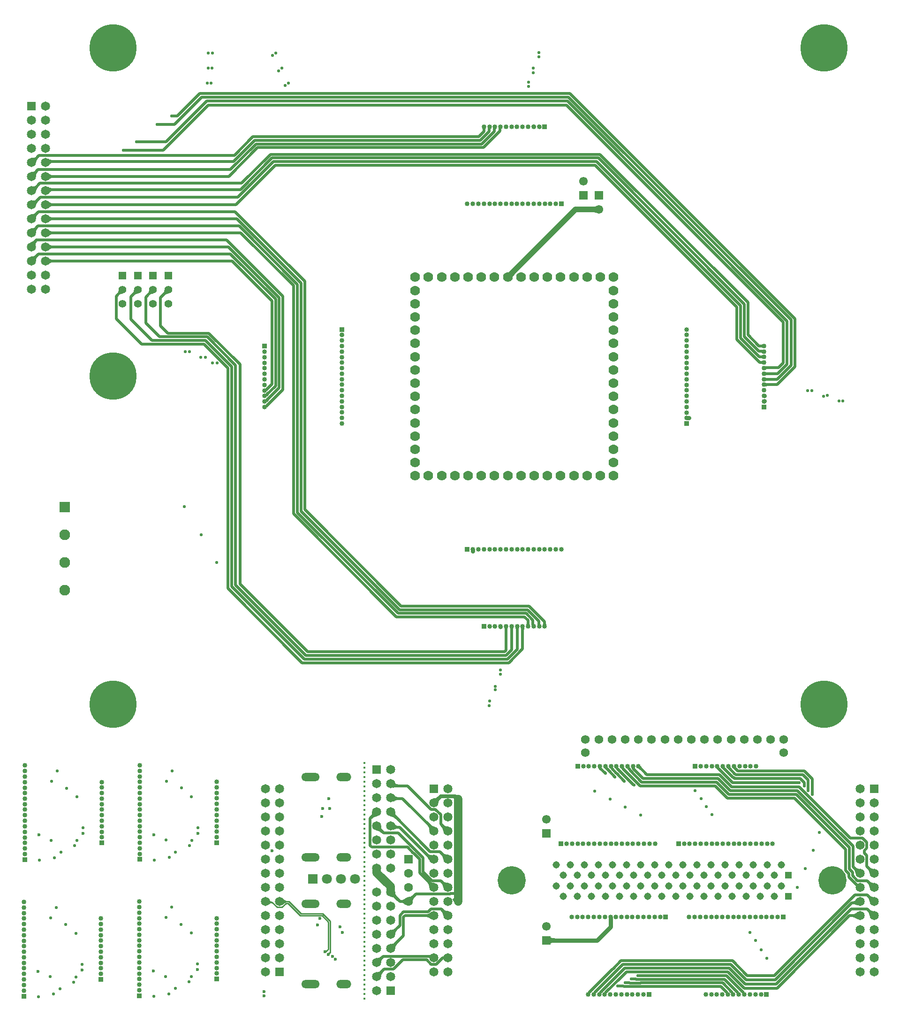
<source format=gbl>
G04*
G04 #@! TF.GenerationSoftware,Altium Limited,Altium Designer,20.0.14 (345)*
G04*
G04 Layer_Physical_Order=4*
G04 Layer_Color=16711680*
%FSLAX25Y25*%
%MOIN*%
G70*
G01*
G75*
%ADD18C,0.01000*%
%ADD19C,0.01500*%
%ADD20C,0.02500*%
%ADD21C,0.02000*%
%ADD22C,0.03000*%
%ADD23C,0.06000*%
%ADD28C,0.01575*%
%ADD29C,0.06200*%
%ADD30C,0.03347*%
%ADD31R,0.03347X0.03347*%
%ADD32C,0.02165*%
%ADD33C,0.02362*%
%ADD34R,0.03347X0.03347*%
%ADD35C,0.06102*%
%ADD36R,0.06102X0.06102*%
%ADD37C,0.06496*%
%ADD38R,0.06496X0.06496*%
%ADD39R,0.05150X0.05150*%
%ADD40C,0.20079*%
%ADD41C,0.05150*%
%ADD42C,0.06299*%
%ADD43R,0.06299X0.06299*%
%ADD44C,0.07087*%
%ADD45R,0.07087X0.07087*%
%ADD46O,0.12992X0.05906*%
%ADD47O,0.10630X0.05906*%
%ADD48C,0.07677*%
%ADD49R,0.07677X0.07677*%
%ADD50C,0.07000*%
%ADD51R,0.05512X0.05512*%
%ADD52C,0.05512*%
%ADD53C,0.33465*%
%ADD56C,0.04000*%
G36*
X332133Y618697D02*
X332104Y618639D01*
X332078Y618565D01*
X332056Y618474D01*
X332037Y618367D01*
X332010Y618104D01*
X331996Y617776D01*
X331994Y617588D01*
X329994D01*
X329993Y617776D01*
X329951Y618367D01*
X329932Y618474D01*
X329910Y618565D01*
X329885Y618639D01*
X329855Y618697D01*
X329823Y618739D01*
X332165D01*
X332133Y618697D01*
D02*
G37*
G36*
X343688Y618573D02*
X343644Y618531D01*
X343605Y618474D01*
X343570Y618400D01*
X343540Y618310D01*
X343515Y618204D01*
X343494Y618082D01*
X343466Y617789D01*
X343459Y617617D01*
X343457Y617430D01*
X341457Y617826D01*
X341456Y618016D01*
X341404Y618853D01*
X341389Y618902D01*
X341373Y618933D01*
X343688Y618573D01*
D02*
G37*
G36*
X339751D02*
X339707Y618531D01*
X339668Y618474D01*
X339633Y618400D01*
X339603Y618310D01*
X339578Y618204D01*
X339557Y618082D01*
X339529Y617789D01*
X339522Y617617D01*
X339520Y617430D01*
X337520Y617826D01*
X337519Y618016D01*
X337466Y618853D01*
X337452Y618902D01*
X337436Y618933D01*
X339751Y618573D01*
D02*
G37*
G36*
X335905D02*
X335861Y618531D01*
X335821Y618474D01*
X335787Y618400D01*
X335757Y618310D01*
X335731Y618204D01*
X335711Y618082D01*
X335683Y617789D01*
X335676Y617617D01*
X335673Y617430D01*
X333674Y617826D01*
X333673Y618016D01*
X333620Y618853D01*
X333606Y618902D01*
X333590Y618933D01*
X335905Y618573D01*
D02*
G37*
G36*
X13811Y596982D02*
X13618Y596772D01*
X13441Y596546D01*
X13280Y596304D01*
X13136Y596045D01*
X13007Y595770D01*
X12896Y595479D01*
X12800Y595172D01*
X12721Y594848D01*
X12659Y594508D01*
X12612Y594152D01*
X9785Y597714D01*
X10121Y597683D01*
X10445Y597679D01*
X10756Y597700D01*
X11054Y597747D01*
X11338Y597820D01*
X11610Y597918D01*
X11869Y598042D01*
X12115Y598191D01*
X12348Y598366D01*
X12568Y598567D01*
X13811Y596982D01*
D02*
G37*
G36*
X21421Y597055D02*
X22038Y596737D01*
X22340Y596608D01*
X22931Y596409D01*
X23220Y596340D01*
X23505Y596290D01*
X23785Y596260D01*
X24061Y596250D01*
X24570Y594250D01*
X24268Y594236D01*
X23979Y594193D01*
X23704Y594122D01*
X23444Y594022D01*
X23196Y593893D01*
X22963Y593736D01*
X22744Y593551D01*
X22538Y593336D01*
X22347Y593094D01*
X22169Y592823D01*
X21105Y597244D01*
X21421Y597055D01*
D02*
G37*
G36*
X13652Y587347D02*
X13455Y587131D01*
X13279Y586901D01*
X13123Y586656D01*
X12989Y586396D01*
X12877Y586121D01*
X12785Y585831D01*
X12714Y585526D01*
X12665Y585207D01*
X12637Y584872D01*
X12630Y584523D01*
X9414Y587738D01*
X9764Y587745D01*
X10098Y587774D01*
X10418Y587823D01*
X10722Y587893D01*
X11012Y587985D01*
X11287Y588098D01*
X11547Y588232D01*
X11792Y588387D01*
X12022Y588563D01*
X12238Y588761D01*
X13652Y587347D01*
D02*
G37*
G36*
X21953Y586522D02*
X22210Y586306D01*
X22471Y586115D01*
X22736Y585949D01*
X23006Y585809D01*
X23280Y585694D01*
X23558Y585605D01*
X23842Y585541D01*
X24129Y585503D01*
X24421Y585491D01*
Y583491D01*
X24129Y583478D01*
X23842Y583440D01*
X23558Y583376D01*
X23280Y583287D01*
X23006Y583172D01*
X22736Y583032D01*
X22471Y582866D01*
X22210Y582676D01*
X21953Y582459D01*
X21701Y582217D01*
Y586764D01*
X21953Y586522D01*
D02*
G37*
G36*
X13923Y576607D02*
X13734Y576404D01*
X13557Y576184D01*
X13392Y575946D01*
X13238Y575692D01*
X13095Y575421D01*
X12964Y575132D01*
X12845Y574827D01*
X12642Y574164D01*
X12557Y573808D01*
X10128Y577652D01*
X10448Y577590D01*
X10758Y577557D01*
X11056Y577554D01*
X11344Y577580D01*
X11621Y577636D01*
X11888Y577722D01*
X12143Y577837D01*
X12388Y577981D01*
X12622Y578155D01*
X12846Y578358D01*
X13923Y576607D01*
D02*
G37*
G36*
X21421Y577055D02*
X22038Y576737D01*
X22340Y576608D01*
X22931Y576409D01*
X23220Y576340D01*
X23505Y576290D01*
X23785Y576260D01*
X24061Y576250D01*
X24570Y574250D01*
X24268Y574236D01*
X23979Y574193D01*
X23704Y574122D01*
X23444Y574022D01*
X23196Y573893D01*
X22963Y573736D01*
X22744Y573551D01*
X22538Y573337D01*
X22347Y573094D01*
X22169Y572823D01*
X21105Y577244D01*
X21421Y577055D01*
D02*
G37*
G36*
X13935Y566555D02*
X13747Y566353D01*
X13570Y566133D01*
X13403Y565897D01*
X13248Y565644D01*
X13104Y565373D01*
X12971Y565085D01*
X12737Y564458D01*
X12637Y564119D01*
X12547Y563763D01*
X10173Y567641D01*
X10491Y567575D01*
X10798Y567539D01*
X11095Y567532D01*
X11381Y567556D01*
X11657Y567610D01*
X11922Y567694D01*
X12178Y567808D01*
X12422Y567951D01*
X12657Y568125D01*
X12880Y568329D01*
X13935Y566555D01*
D02*
G37*
G36*
X21953Y566522D02*
X22210Y566306D01*
X22471Y566115D01*
X22736Y565949D01*
X23006Y565809D01*
X23280Y565694D01*
X23558Y565605D01*
X23842Y565542D01*
X24129Y565503D01*
X24421Y565491D01*
Y563491D01*
X24129Y563478D01*
X23842Y563440D01*
X23558Y563376D01*
X23280Y563287D01*
X23006Y563172D01*
X22736Y563032D01*
X22471Y562866D01*
X22210Y562676D01*
X21953Y562459D01*
X21701Y562217D01*
Y566764D01*
X21953Y566522D01*
D02*
G37*
G36*
X410424Y558839D02*
X410380Y558865D01*
X410303Y558888D01*
X410191Y558908D01*
X410047Y558926D01*
X409409Y558963D01*
X408467Y558975D01*
Y562975D01*
X408815Y562976D01*
X410303Y563062D01*
X410380Y563085D01*
X410424Y563111D01*
Y558839D01*
D02*
G37*
G36*
X13652Y557347D02*
X13455Y557131D01*
X13279Y556901D01*
X13123Y556656D01*
X12989Y556395D01*
X12877Y556121D01*
X12785Y555831D01*
X12714Y555526D01*
X12665Y555207D01*
X12637Y554872D01*
X12630Y554523D01*
X9414Y557738D01*
X9764Y557745D01*
X10098Y557774D01*
X10418Y557823D01*
X10722Y557894D01*
X11012Y557985D01*
X11287Y558098D01*
X11547Y558232D01*
X11792Y558387D01*
X12022Y558563D01*
X12238Y558761D01*
X13652Y557347D01*
D02*
G37*
G36*
X21963Y556510D02*
X22218Y556293D01*
X22478Y556101D01*
X22742Y555935D01*
X23011Y555794D01*
X23285Y555679D01*
X23563Y555590D01*
X23846Y555526D01*
X24134Y555488D01*
X24426Y555475D01*
X24416Y553475D01*
X24124Y553462D01*
X23837Y553424D01*
X23553Y553361D01*
X23275Y553272D01*
X23000Y553158D01*
X22729Y553018D01*
X22463Y552853D01*
X22201Y552663D01*
X21944Y552447D01*
X21690Y552206D01*
X21712Y556753D01*
X21963Y556510D01*
D02*
G37*
G36*
X13652Y547347D02*
X13455Y547131D01*
X13279Y546901D01*
X13123Y546656D01*
X12989Y546395D01*
X12877Y546121D01*
X12785Y545831D01*
X12714Y545526D01*
X12665Y545207D01*
X12637Y544872D01*
X12630Y544523D01*
X9414Y547738D01*
X9764Y547745D01*
X10098Y547774D01*
X10418Y547823D01*
X10722Y547893D01*
X11012Y547985D01*
X11287Y548098D01*
X11547Y548232D01*
X11792Y548387D01*
X12022Y548563D01*
X12238Y548761D01*
X13652Y547347D01*
D02*
G37*
G36*
X21963Y546510D02*
X22218Y546293D01*
X22478Y546101D01*
X22742Y545935D01*
X23011Y545794D01*
X23285Y545679D01*
X23563Y545590D01*
X23846Y545526D01*
X24134Y545488D01*
X24426Y545475D01*
X24416Y543475D01*
X24124Y543462D01*
X23837Y543424D01*
X23553Y543361D01*
X23275Y543272D01*
X23000Y543157D01*
X22729Y543018D01*
X22463Y542853D01*
X22201Y542663D01*
X21944Y542447D01*
X21690Y542206D01*
X21712Y546753D01*
X21963Y546510D01*
D02*
G37*
G36*
X13153Y538064D02*
X12949Y537840D01*
X12776Y537605D01*
X12633Y537361D01*
X12522Y537107D01*
X12441Y536844D01*
X12392Y536571D01*
X12374Y536288D01*
X12387Y535996D01*
X12430Y535694D01*
X12505Y535382D01*
X8553Y537631D01*
X8908Y537732D01*
X9567Y537962D01*
X9870Y538091D01*
X10425Y538378D01*
X10676Y538536D01*
X10910Y538703D01*
X11128Y538880D01*
X11327Y539067D01*
X13153Y538064D01*
D02*
G37*
G36*
X21963Y536510D02*
X22218Y536293D01*
X22478Y536101D01*
X22742Y535935D01*
X23011Y535794D01*
X23285Y535679D01*
X23563Y535590D01*
X23846Y535526D01*
X24134Y535488D01*
X24426Y535475D01*
X24416Y533475D01*
X24124Y533462D01*
X23837Y533424D01*
X23553Y533361D01*
X23275Y533272D01*
X23000Y533157D01*
X22729Y533018D01*
X22463Y532853D01*
X22201Y532663D01*
X21944Y532447D01*
X21690Y532206D01*
X21712Y536753D01*
X21963Y536510D01*
D02*
G37*
G36*
X13652Y527347D02*
X13455Y527131D01*
X13279Y526901D01*
X13123Y526656D01*
X12989Y526396D01*
X12877Y526121D01*
X12785Y525831D01*
X12714Y525526D01*
X12665Y525207D01*
X12637Y524872D01*
X12630Y524523D01*
X9414Y527738D01*
X9764Y527745D01*
X10098Y527774D01*
X10418Y527823D01*
X10722Y527893D01*
X11012Y527985D01*
X11287Y528098D01*
X11547Y528232D01*
X11792Y528387D01*
X12022Y528563D01*
X12238Y528761D01*
X13652Y527347D01*
D02*
G37*
G36*
X21963Y526510D02*
X22218Y526293D01*
X22478Y526101D01*
X22742Y525935D01*
X23011Y525794D01*
X23285Y525679D01*
X23563Y525590D01*
X23846Y525526D01*
X24134Y525488D01*
X24426Y525475D01*
X24416Y523475D01*
X24124Y523462D01*
X23837Y523424D01*
X23553Y523361D01*
X23275Y523272D01*
X23000Y523158D01*
X22729Y523018D01*
X22463Y522853D01*
X22201Y522663D01*
X21944Y522447D01*
X21690Y522206D01*
X21712Y526753D01*
X21963Y526510D01*
D02*
G37*
G36*
X352833Y515076D02*
X352560Y514797D01*
X351914Y514056D01*
X351757Y513842D01*
X351628Y513643D01*
X351528Y513460D01*
X351458Y513294D01*
X351415Y513144D01*
X351402Y513010D01*
X347937Y516475D01*
X348072Y516488D01*
X348222Y516530D01*
X348388Y516601D01*
X348571Y516701D01*
X348769Y516829D01*
X348984Y516987D01*
X349462Y517388D01*
X350004Y517905D01*
X352833Y515076D01*
D02*
G37*
G36*
X106575Y501219D02*
X106318Y501212D01*
X106069Y501186D01*
X105826Y501140D01*
X105590Y501076D01*
X105362Y500991D01*
X105140Y500888D01*
X104926Y500766D01*
X104718Y500624D01*
X104518Y500463D01*
X104324Y500283D01*
X102910Y501697D01*
X103091Y501890D01*
X103252Y502091D01*
X103393Y502298D01*
X103516Y502513D01*
X103619Y502734D01*
X103703Y502963D01*
X103768Y503198D01*
X103813Y503441D01*
X103840Y503691D01*
X103847Y503947D01*
X106575Y501219D01*
D02*
G37*
G36*
X95741D02*
X95485Y501212D01*
X95235Y501186D01*
X94993Y501140D01*
X94757Y501076D01*
X94528Y500991D01*
X94307Y500888D01*
X94092Y500766D01*
X93885Y500624D01*
X93685Y500463D01*
X93491Y500283D01*
X92077Y501697D01*
X92257Y501890D01*
X92418Y502091D01*
X92560Y502298D01*
X92682Y502513D01*
X92786Y502734D01*
X92870Y502963D01*
X92935Y503198D01*
X92980Y503441D01*
X93006Y503691D01*
X93013Y503947D01*
X95741Y501219D01*
D02*
G37*
G36*
X84908D02*
X84651Y501212D01*
X84402Y501186D01*
X84159Y501140D01*
X83924Y501076D01*
X83695Y500991D01*
X83474Y500888D01*
X83259Y500766D01*
X83052Y500624D01*
X82851Y500463D01*
X82658Y500283D01*
X81243Y501697D01*
X81424Y501890D01*
X81585Y502091D01*
X81727Y502298D01*
X81849Y502513D01*
X81952Y502734D01*
X82036Y502963D01*
X82101Y503198D01*
X82147Y503441D01*
X82173Y503691D01*
X82180Y503947D01*
X84908Y501219D01*
D02*
G37*
G36*
X74075D02*
X73818Y501212D01*
X73569Y501186D01*
X73326Y501140D01*
X73090Y501076D01*
X72862Y500991D01*
X72640Y500888D01*
X72426Y500766D01*
X72218Y500624D01*
X72018Y500463D01*
X71824Y500283D01*
X70410Y501697D01*
X70591Y501890D01*
X70752Y502091D01*
X70893Y502298D01*
X71016Y502513D01*
X71119Y502734D01*
X71203Y502963D01*
X71268Y503198D01*
X71313Y503441D01*
X71340Y503691D01*
X71347Y503947D01*
X74075Y501219D01*
D02*
G37*
G36*
X528866Y462912D02*
X528824Y462944D01*
X528766Y462973D01*
X528692Y462999D01*
X528602Y463022D01*
X528495Y463040D01*
X528232Y463068D01*
X527904Y463081D01*
X527716Y463083D01*
Y465083D01*
X527904Y465085D01*
X528495Y465126D01*
X528602Y465145D01*
X528692Y465167D01*
X528766Y465193D01*
X528824Y465222D01*
X528866Y465254D01*
Y462912D01*
D02*
G37*
G36*
X528700Y459173D02*
X528659Y459217D01*
X528602Y459256D01*
X528528Y459291D01*
X528438Y459321D01*
X528332Y459346D01*
X528209Y459367D01*
X527916Y459395D01*
X527745Y459401D01*
X527558Y459404D01*
X527953Y461404D01*
X528144Y461405D01*
X528981Y461457D01*
X529030Y461472D01*
X529061Y461487D01*
X528700Y459173D01*
D02*
G37*
G36*
Y455326D02*
X528659Y455370D01*
X528602Y455409D01*
X528528Y455444D01*
X528438Y455474D01*
X528332Y455500D01*
X528209Y455520D01*
X527916Y455548D01*
X527745Y455555D01*
X527558Y455557D01*
X527953Y457557D01*
X528144Y457558D01*
X528981Y457611D01*
X529030Y457625D01*
X529061Y457641D01*
X528700Y455326D01*
D02*
G37*
G36*
X528866Y451191D02*
X528824Y451224D01*
X528766Y451253D01*
X528692Y451279D01*
X528602Y451301D01*
X528495Y451320D01*
X528232Y451347D01*
X527904Y451361D01*
X527716Y451363D01*
Y453363D01*
X527904Y453364D01*
X528495Y453406D01*
X528602Y453424D01*
X528692Y453447D01*
X528766Y453472D01*
X528824Y453501D01*
X528866Y453534D01*
Y451191D01*
D02*
G37*
G36*
X531093Y449751D02*
X531142Y449737D01*
X531208Y449724D01*
X531292Y449713D01*
X531514Y449697D01*
X532169Y449683D01*
X532565Y447683D01*
X532377Y447681D01*
X531913Y447646D01*
X531790Y447625D01*
X531684Y447600D01*
X531594Y447570D01*
X531521Y447536D01*
X531463Y447496D01*
X531422Y447452D01*
X531061Y449767D01*
X531093Y449751D01*
D02*
G37*
G36*
X531328Y445594D02*
X531386Y445563D01*
X531461Y445535D01*
X531552Y445512D01*
X531659Y445491D01*
X531782Y445475D01*
X532078Y445453D01*
X532438Y445446D01*
X532373Y443446D01*
X532185Y443444D01*
X531594Y443406D01*
X531488Y443389D01*
X531398Y443368D01*
X531324Y443344D01*
X531266Y443317D01*
X531225Y443287D01*
X531286Y445629D01*
X531328Y445594D01*
D02*
G37*
G36*
X531298Y441690D02*
X531356Y441661D01*
X531430Y441636D01*
X531521Y441613D01*
X531628Y441594D01*
X531890Y441567D01*
X532218Y441553D01*
X532407Y441552D01*
Y439552D01*
X532218Y439550D01*
X531628Y439509D01*
X531521Y439490D01*
X531430Y439468D01*
X531356Y439442D01*
X531298Y439413D01*
X531256Y439380D01*
Y441723D01*
X531298Y441690D01*
D02*
G37*
G36*
Y437753D02*
X531356Y437724D01*
X531430Y437699D01*
X531521Y437676D01*
X531628Y437657D01*
X531890Y437630D01*
X532218Y437616D01*
X532407Y437615D01*
Y435615D01*
X532218Y435613D01*
X531628Y435572D01*
X531521Y435553D01*
X531430Y435531D01*
X531356Y435505D01*
X531298Y435476D01*
X531256Y435443D01*
Y437786D01*
X531298Y437753D01*
D02*
G37*
G36*
X178034Y433384D02*
X176751Y432123D01*
X175640Y434185D01*
X175700Y434175D01*
X175768Y434181D01*
X175845Y434203D01*
X175929Y434240D01*
X176022Y434293D01*
X176123Y434361D01*
X176233Y434445D01*
X176476Y434659D01*
X176610Y434789D01*
X178034Y433384D01*
D02*
G37*
G36*
Y429447D02*
X176751Y428186D01*
X175640Y430248D01*
X175700Y430238D01*
X175768Y430244D01*
X175845Y430266D01*
X175929Y430303D01*
X176022Y430356D01*
X176123Y430424D01*
X176233Y430508D01*
X176476Y430722D01*
X176610Y430852D01*
X178034Y429447D01*
D02*
G37*
G36*
X178064Y425541D02*
X176732Y424275D01*
X175704Y426380D01*
X175763Y426369D01*
X175830Y426373D01*
X175906Y426393D01*
X175990Y426429D01*
X176082Y426480D01*
X176183Y426547D01*
X176292Y426630D01*
X176535Y426844D01*
X176670Y426974D01*
X178064Y425541D01*
D02*
G37*
G36*
X178034Y421663D02*
X176751Y420403D01*
X175640Y422465D01*
X175700Y422455D01*
X175768Y422461D01*
X175845Y422482D01*
X175929Y422520D01*
X176022Y422572D01*
X176123Y422640D01*
X176233Y422724D01*
X176476Y422938D01*
X176610Y423069D01*
X178034Y421663D01*
D02*
G37*
G36*
X375212Y267173D02*
X375254Y266583D01*
X375272Y266476D01*
X375295Y266385D01*
X375320Y266311D01*
X375349Y266253D01*
X375382Y266211D01*
X373040D01*
X373072Y266253D01*
X373101Y266311D01*
X373127Y266385D01*
X373149Y266476D01*
X373168Y266583D01*
X373195Y266845D01*
X373209Y267173D01*
X373211Y267362D01*
X375211D01*
X375212Y267173D01*
D02*
G37*
G36*
X371018Y267332D02*
X371053Y266868D01*
X371074Y266745D01*
X371099Y266639D01*
X371129Y266549D01*
X371164Y266476D01*
X371203Y266418D01*
X371247Y266377D01*
X368932Y266017D01*
X368948Y266048D01*
X368963Y266097D01*
X368975Y266163D01*
X368986Y266248D01*
X369003Y266469D01*
X369016Y267124D01*
X371016Y267520D01*
X371018Y267332D01*
D02*
G37*
G36*
X363235D02*
X363270Y266868D01*
X363290Y266745D01*
X363316Y266639D01*
X363346Y266549D01*
X363380Y266476D01*
X363420Y266418D01*
X363464Y266377D01*
X361149Y266017D01*
X361165Y266048D01*
X361179Y266097D01*
X361192Y266163D01*
X361203Y266248D01*
X361219Y266469D01*
X361233Y267124D01*
X363233Y267520D01*
X363235Y267332D01*
D02*
G37*
G36*
X366757Y267474D02*
X366796Y267018D01*
X366820Y266901D01*
X366849Y266802D01*
X366884Y266721D01*
X366923Y266657D01*
X366968Y266610D01*
X367019Y266581D01*
X364877Y265645D01*
X364754Y267552D01*
X366754Y267661D01*
X366757Y267474D01*
D02*
G37*
G36*
X359692Y263779D02*
X359663Y263721D01*
X359637Y263647D01*
X359615Y263557D01*
X359596Y263450D01*
X359569Y263187D01*
X359555Y262859D01*
X359553Y262671D01*
X357553D01*
X357552Y262859D01*
X357510Y263450D01*
X357492Y263557D01*
X357469Y263647D01*
X357444Y263721D01*
X357415Y263779D01*
X357382Y263821D01*
X359724D01*
X359692Y263779D01*
D02*
G37*
G36*
X355755D02*
X355726Y263721D01*
X355700Y263647D01*
X355678Y263557D01*
X355659Y263450D01*
X355632Y263187D01*
X355618Y262859D01*
X355616Y262671D01*
X353616D01*
X353614Y262859D01*
X353573Y263450D01*
X353555Y263557D01*
X353532Y263647D01*
X353507Y263721D01*
X353478Y263779D01*
X353445Y263821D01*
X355787D01*
X355755Y263779D01*
D02*
G37*
G36*
X351818D02*
X351789Y263721D01*
X351763Y263647D01*
X351741Y263557D01*
X351722Y263450D01*
X351695Y263187D01*
X351681Y262859D01*
X351679Y262671D01*
X349679D01*
X349677Y262859D01*
X349636Y263450D01*
X349618Y263557D01*
X349595Y263647D01*
X349570Y263721D01*
X349540Y263779D01*
X349508Y263821D01*
X351851D01*
X351818Y263779D01*
D02*
G37*
G36*
X347881D02*
X347852Y263721D01*
X347826Y263647D01*
X347804Y263557D01*
X347785Y263450D01*
X347758Y263187D01*
X347744Y262859D01*
X347742Y262671D01*
X345742D01*
X345741Y262859D01*
X345699Y263450D01*
X345681Y263557D01*
X345658Y263647D01*
X345633Y263721D01*
X345603Y263779D01*
X345571Y263821D01*
X347914D01*
X347881Y263779D01*
D02*
G37*
G36*
X442525Y165630D02*
X442554Y165564D01*
X442601Y165484D01*
X442667Y165390D01*
X442855Y165158D01*
X443117Y164870D01*
X443453Y164526D01*
X442100Y163051D01*
X441920Y163227D01*
X441227Y163828D01*
X441129Y163892D01*
X441045Y163936D01*
X440974Y163962D01*
X440916Y163970D01*
X442515Y165682D01*
X442525Y165630D01*
D02*
G37*
G36*
X430670Y164973D02*
X430680Y164899D01*
X430711Y164813D01*
X430762Y164713D01*
X430834Y164599D01*
X430927Y164473D01*
X431174Y164181D01*
X431504Y163836D01*
X430049Y162462D01*
X428561Y164065D01*
X430681Y165033D01*
X430670Y164973D01*
D02*
G37*
G36*
X414833Y164795D02*
X414839Y164726D01*
X414866Y164644D01*
X414915Y164548D01*
X414984Y164438D01*
X415075Y164314D01*
X415320Y164025D01*
X415651Y163680D01*
X414112Y162390D01*
X412707Y164106D01*
X414848Y164850D01*
X414833Y164795D01*
D02*
G37*
G36*
X438280Y164664D02*
X438285Y164601D01*
X438311Y164524D01*
X438358Y164432D01*
X438427Y164325D01*
X438518Y164204D01*
X438763Y163918D01*
X439093Y163573D01*
X437488Y162350D01*
X436157Y164145D01*
X438297Y164713D01*
X438280Y164664D01*
D02*
G37*
G36*
X267928Y154070D02*
X268078Y153823D01*
X268264Y153605D01*
X268485Y153417D01*
X268741Y153257D01*
X269033Y153127D01*
X269360Y153025D01*
X269723Y152952D01*
X270120Y152909D01*
X270553Y152894D01*
X270254Y150894D01*
X269694Y150889D01*
X267749Y150749D01*
X267336Y150685D01*
X266598Y150522D01*
X266273Y150423D01*
X265978Y150312D01*
X267813Y154345D01*
X267928Y154070D01*
D02*
G37*
G36*
X300158Y142659D02*
X299854Y142341D01*
X299335Y141714D01*
X299121Y141406D01*
X298938Y141101D01*
X298785Y140799D01*
X298662Y140501D01*
X298570Y140206D01*
X298508Y139914D01*
X298476Y139626D01*
X295485Y143051D01*
X295771Y143046D01*
X296061Y143076D01*
X296354Y143140D01*
X296652Y143239D01*
X296953Y143372D01*
X297259Y143540D01*
X297568Y143742D01*
X297882Y143979D01*
X298199Y144251D01*
X298520Y144557D01*
X300158Y142659D01*
D02*
G37*
G36*
X311355Y145474D02*
X311414Y145457D01*
X311503Y145440D01*
X311767Y145404D01*
X312939Y145305D01*
X309741Y142107D01*
X309557Y143722D01*
X311324Y145490D01*
X311355Y145474D01*
D02*
G37*
G36*
X267569Y144968D02*
X267806Y144733D01*
X268066Y144526D01*
X268350Y144346D01*
X268656Y144193D01*
X268986Y144069D01*
X269339Y143972D01*
X269714Y143903D01*
X270114Y143862D01*
X270536Y143848D01*
X270231Y141848D01*
X269825Y141837D01*
X269430Y141803D01*
X269047Y141747D01*
X268677Y141669D01*
X268318Y141568D01*
X267971Y141446D01*
X267637Y141300D01*
X267314Y141133D01*
X267003Y140943D01*
X266704Y140730D01*
X267355Y145231D01*
X267569Y144968D01*
D02*
G37*
G36*
X254701Y130065D02*
X254347Y130053D01*
X253999Y130011D01*
X253657Y129939D01*
X253320Y129836D01*
X252989Y129703D01*
X252663Y129540D01*
X252344Y129346D01*
X252029Y129122D01*
X251721Y128868D01*
X251418Y128583D01*
X250004Y129997D01*
X250289Y130300D01*
X250543Y130608D01*
X250767Y130922D01*
X250961Y131242D01*
X251124Y131568D01*
X251257Y131899D01*
X251360Y132236D01*
X251432Y132578D01*
X251474Y132926D01*
X251486Y133280D01*
X254701Y130065D01*
D02*
G37*
G36*
X267993Y132926D02*
X268035Y132578D01*
X268108Y132236D01*
X268210Y131899D01*
X268343Y131568D01*
X268506Y131242D01*
X268700Y130922D01*
X268924Y130608D01*
X269179Y130300D01*
X269463Y129997D01*
X268049Y128583D01*
X267746Y128868D01*
X267438Y129122D01*
X267124Y129346D01*
X266804Y129540D01*
X266479Y129703D01*
X266147Y129836D01*
X265811Y129939D01*
X265468Y130011D01*
X265120Y130053D01*
X264766Y130065D01*
X267982Y133280D01*
X267993Y132926D01*
D02*
G37*
G36*
X292940Y124535D02*
X293238Y124279D01*
X293545Y124045D01*
X293859Y123831D01*
X294181Y123639D01*
X294511Y123467D01*
X294849Y123317D01*
X295194Y123187D01*
X295548Y123078D01*
X295909Y122989D01*
X292071Y120551D01*
X292128Y120876D01*
X292146Y121200D01*
X292126Y121522D01*
X292067Y121842D01*
X291969Y122161D01*
X291833Y122478D01*
X291658Y122793D01*
X291444Y123107D01*
X291193Y123419D01*
X290902Y123730D01*
X292650Y124811D01*
X292940Y124535D01*
D02*
G37*
G36*
X267747Y124617D02*
X267949Y124373D01*
X268179Y124157D01*
X268437Y123970D01*
X268724Y123812D01*
X269038Y123682D01*
X269381Y123582D01*
X269751Y123510D01*
X270150Y123467D01*
X270577Y123452D01*
X269995Y121452D01*
X269598Y121443D01*
X268828Y121367D01*
X268454Y121301D01*
X268088Y121215D01*
X267729Y121111D01*
X267377Y120988D01*
X267033Y120846D01*
X266697Y120686D01*
X266368Y120506D01*
X267573Y124890D01*
X267747Y124617D01*
D02*
G37*
G36*
X302221Y124257D02*
X302530Y124003D01*
X302844Y123779D01*
X303163Y123585D01*
X303489Y123422D01*
X303820Y123289D01*
X304157Y123186D01*
X304499Y123114D01*
X304847Y123072D01*
X305201Y123060D01*
X301986Y119845D01*
X301974Y120199D01*
X301932Y120547D01*
X301860Y120889D01*
X301757Y121226D01*
X301624Y121557D01*
X301461Y121883D01*
X301267Y122203D01*
X301043Y122517D01*
X300789Y122825D01*
X300504Y123128D01*
X301918Y124542D01*
X302221Y124257D01*
D02*
G37*
G36*
X257993Y122926D02*
X258035Y122578D01*
X258107Y122236D01*
X258210Y121899D01*
X258343Y121567D01*
X258506Y121242D01*
X258700Y120922D01*
X258924Y120608D01*
X259179Y120300D01*
X259463Y119997D01*
X258049Y118583D01*
X257746Y118868D01*
X257438Y119122D01*
X257124Y119346D01*
X256804Y119540D01*
X256479Y119703D01*
X256148Y119836D01*
X255811Y119939D01*
X255468Y120011D01*
X255120Y120053D01*
X254766Y120065D01*
X257982Y123280D01*
X257993Y122926D01*
D02*
G37*
G36*
X302221Y104257D02*
X302530Y104003D01*
X302844Y103779D01*
X303163Y103585D01*
X303489Y103422D01*
X303820Y103289D01*
X304157Y103186D01*
X304499Y103114D01*
X304847Y103072D01*
X305201Y103060D01*
X301986Y99845D01*
X301974Y100199D01*
X301932Y100547D01*
X301860Y100889D01*
X301757Y101226D01*
X301624Y101557D01*
X301461Y101883D01*
X301267Y102202D01*
X301043Y102517D01*
X300789Y102825D01*
X300504Y103128D01*
X301918Y104542D01*
X302221Y104257D01*
D02*
G37*
G36*
X291371Y103610D02*
X291684Y103359D01*
X291995Y103150D01*
X292305Y102984D01*
X292614Y102859D01*
X292922Y102778D01*
X293229Y102738D01*
X293535Y102740D01*
X293839Y102785D01*
X294142Y102872D01*
X292153Y98782D01*
X292025Y99138D01*
X291722Y99824D01*
X291547Y100155D01*
X291149Y100792D01*
X290926Y101098D01*
X290434Y101686D01*
X290164Y101968D01*
X291057Y103903D01*
X291371Y103610D01*
D02*
G37*
G36*
X605221Y94127D02*
X605529Y93873D01*
X605844Y93649D01*
X606163Y93455D01*
X606489Y93292D01*
X606820Y93159D01*
X607157Y93056D01*
X607499Y92984D01*
X607847Y92942D01*
X608201Y92930D01*
X604986Y89715D01*
X604974Y90069D01*
X604932Y90417D01*
X604860Y90759D01*
X604757Y91096D01*
X604624Y91427D01*
X604461Y91753D01*
X604267Y92073D01*
X604043Y92387D01*
X603789Y92695D01*
X603504Y92998D01*
X604918Y94412D01*
X605221Y94127D01*
D02*
G37*
G36*
X595221D02*
X595530Y93873D01*
X595844Y93649D01*
X596163Y93455D01*
X596489Y93292D01*
X596820Y93159D01*
X597157Y93056D01*
X597499Y92984D01*
X597847Y92942D01*
X598201Y92930D01*
X594986Y89715D01*
X594974Y90069D01*
X594932Y90417D01*
X594860Y90759D01*
X594757Y91096D01*
X594624Y91427D01*
X594461Y91753D01*
X594267Y92073D01*
X594043Y92387D01*
X593789Y92695D01*
X593504Y92998D01*
X594918Y94412D01*
X595221Y94127D01*
D02*
G37*
G36*
X292442Y84364D02*
X292748Y84109D01*
X293061Y83881D01*
X293380Y83681D01*
X293706Y83508D01*
X294038Y83363D01*
X294377Y83245D01*
X294723Y83154D01*
X295075Y83090D01*
X295434Y83054D01*
X291997Y80077D01*
X292008Y80424D01*
X291987Y80766D01*
X291933Y81103D01*
X291845Y81436D01*
X291724Y81765D01*
X291570Y82089D01*
X291383Y82408D01*
X291162Y82723D01*
X290909Y83033D01*
X290622Y83339D01*
X292143Y84646D01*
X292442Y84364D01*
D02*
G37*
G36*
X302221Y84257D02*
X302530Y84003D01*
X302844Y83779D01*
X303163Y83585D01*
X303489Y83422D01*
X303820Y83289D01*
X304157Y83186D01*
X304499Y83114D01*
X304847Y83072D01*
X305201Y83060D01*
X301986Y79845D01*
X301974Y80199D01*
X301932Y80547D01*
X301860Y80889D01*
X301757Y81226D01*
X301624Y81557D01*
X301461Y81883D01*
X301267Y82203D01*
X301043Y82517D01*
X300789Y82825D01*
X300504Y83128D01*
X301918Y84542D01*
X302221Y84257D01*
D02*
G37*
G36*
X605221Y84127D02*
X605529Y83873D01*
X605844Y83649D01*
X606163Y83455D01*
X606489Y83292D01*
X606820Y83159D01*
X607157Y83056D01*
X607499Y82984D01*
X607847Y82942D01*
X608201Y82930D01*
X604986Y79715D01*
X604974Y80069D01*
X604932Y80417D01*
X604860Y80760D01*
X604757Y81096D01*
X604624Y81427D01*
X604461Y81753D01*
X604267Y82073D01*
X604043Y82387D01*
X603789Y82695D01*
X603504Y82998D01*
X604918Y84412D01*
X605221Y84127D01*
D02*
G37*
G36*
X281834Y72999D02*
X281556Y72703D01*
X281307Y72403D01*
X281087Y72098D01*
X280897Y71789D01*
X280737Y71476D01*
X280607Y71158D01*
X280507Y70836D01*
X280436Y70510D01*
X280395Y70179D01*
X280383Y69844D01*
X277265Y72962D01*
X277600Y72973D01*
X277931Y73014D01*
X278258Y73085D01*
X278580Y73186D01*
X278897Y73316D01*
X279211Y73476D01*
X279520Y73666D01*
X279824Y73885D01*
X280124Y74134D01*
X280420Y74413D01*
X281834Y72999D01*
D02*
G37*
G36*
X605221Y74127D02*
X605529Y73873D01*
X605844Y73649D01*
X606163Y73455D01*
X606489Y73292D01*
X606820Y73159D01*
X607157Y73056D01*
X607499Y72984D01*
X607847Y72942D01*
X608201Y72930D01*
X604986Y69715D01*
X604974Y70069D01*
X604932Y70417D01*
X604860Y70759D01*
X604757Y71096D01*
X604624Y71427D01*
X604461Y71753D01*
X604267Y72073D01*
X604043Y72387D01*
X603789Y72695D01*
X603504Y72998D01*
X604918Y74412D01*
X605221Y74127D01*
D02*
G37*
G36*
X267763Y76061D02*
X267982Y76280D01*
X267993Y75926D01*
X268035Y75578D01*
X268108Y75235D01*
X268184Y74983D01*
X268366Y74666D01*
X268722Y74136D01*
X269156Y73558D01*
X270262Y72262D01*
X271684Y70777D01*
X270269Y69363D01*
X269503Y70113D01*
X266911Y72325D01*
X266380Y72680D01*
X266063Y72862D01*
X265811Y72939D01*
X265468Y73011D01*
X265120Y73053D01*
X264766Y73065D01*
X264985Y73283D01*
X264732Y73312D01*
X267734Y76314D01*
X267763Y76061D01*
D02*
G37*
G36*
X178948Y70426D02*
X179032Y70278D01*
X179138Y70148D01*
X179268Y70034D01*
X179419Y69939D01*
X179593Y69861D01*
X179790Y69800D01*
X180009Y69756D01*
X180250Y69730D01*
X180514Y69722D01*
Y68721D01*
X180222Y68714D01*
X179951Y68690D01*
X179699Y68651D01*
X179468Y68596D01*
X179256Y68525D01*
X179065Y68438D01*
X178894Y68336D01*
X178743Y68218D01*
X178612Y68085D01*
X178501Y67935D01*
X178886Y70591D01*
X178948Y70426D01*
D02*
G37*
G36*
X274985Y67608D02*
X274739Y67837D01*
X274476Y68041D01*
X274195Y68222D01*
X273897Y68379D01*
X273580Y68511D01*
X273245Y68620D01*
X272892Y68704D01*
X272522Y68764D01*
X272134Y68800D01*
X271727Y68812D01*
Y70812D01*
X272134Y70824D01*
X272522Y70861D01*
X272892Y70921D01*
X273245Y71005D01*
X273580Y71114D01*
X273897Y71246D01*
X274195Y71403D01*
X274476Y71583D01*
X274739Y71788D01*
X274985Y72017D01*
Y67608D01*
D02*
G37*
G36*
X188434Y71624D02*
X188782Y71323D01*
X189130Y71057D01*
X189478Y70826D01*
X189827Y70631D01*
X190176Y70471D01*
X190525Y70347D01*
X190875Y70258D01*
X191224Y70205D01*
X191574Y70188D01*
Y69188D01*
X191224Y69170D01*
X190875Y69117D01*
X190525Y69028D01*
X190176Y68904D01*
X189827Y68744D01*
X189478Y68549D01*
X189130Y68318D01*
X188782Y68053D01*
X188434Y67751D01*
X188086Y67414D01*
Y71961D01*
X188434Y71624D01*
D02*
G37*
G36*
X596554Y66902D02*
X596244Y67077D01*
X595924Y67234D01*
X595592Y67371D01*
X595250Y67491D01*
X594898Y67592D01*
X594534Y67675D01*
X594160Y67739D01*
X593379Y67813D01*
X592973Y67822D01*
X592546Y69822D01*
X592949Y69836D01*
X593324Y69878D01*
X593673Y69947D01*
X593996Y70045D01*
X594291Y70170D01*
X594560Y70323D01*
X594803Y70504D01*
X595018Y70713D01*
X595208Y70950D01*
X595370Y71215D01*
X596554Y66902D01*
D02*
G37*
G36*
X302221Y64257D02*
X302530Y64003D01*
X302844Y63779D01*
X303163Y63585D01*
X303489Y63422D01*
X303820Y63289D01*
X304157Y63186D01*
X304499Y63114D01*
X304847Y63072D01*
X305201Y63060D01*
X301986Y59845D01*
X301974Y60199D01*
X301932Y60547D01*
X301860Y60889D01*
X301757Y61226D01*
X301624Y61557D01*
X301461Y61883D01*
X301267Y62203D01*
X301043Y62517D01*
X300789Y62825D01*
X300504Y63128D01*
X301918Y64542D01*
X302221Y64257D01*
D02*
G37*
G36*
X605221Y64127D02*
X605529Y63873D01*
X605844Y63649D01*
X606163Y63455D01*
X606489Y63292D01*
X606820Y63159D01*
X607157Y63056D01*
X607499Y62984D01*
X607847Y62942D01*
X608201Y62930D01*
X604986Y59715D01*
X604974Y60069D01*
X604932Y60417D01*
X604860Y60760D01*
X604757Y61096D01*
X604624Y61427D01*
X604461Y61753D01*
X604267Y62073D01*
X604043Y62387D01*
X603789Y62695D01*
X603504Y62998D01*
X604918Y64412D01*
X605221Y64127D01*
D02*
G37*
G36*
X292914Y57539D02*
X292656Y57781D01*
X292380Y57997D01*
X292087Y58188D01*
X291776Y58354D01*
X291448Y58494D01*
X291102Y58609D01*
X290739Y58698D01*
X290358Y58762D01*
X289961Y58800D01*
X289545Y58812D01*
Y60812D01*
X289961Y60825D01*
X290358Y60863D01*
X290739Y60927D01*
X291102Y61016D01*
X291448Y61131D01*
X291776Y61271D01*
X292087Y61436D01*
X292380Y61628D01*
X292656Y61844D01*
X292914Y62086D01*
Y57539D01*
D02*
G37*
G36*
X595914Y57409D02*
X595656Y57651D01*
X595380Y57867D01*
X595087Y58058D01*
X594776Y58224D01*
X594448Y58364D01*
X594102Y58479D01*
X593739Y58568D01*
X593358Y58632D01*
X592961Y58670D01*
X592545Y58683D01*
Y60682D01*
X592961Y60695D01*
X593358Y60733D01*
X593739Y60797D01*
X594102Y60886D01*
X594448Y61001D01*
X594776Y61141D01*
X595087Y61307D01*
X595380Y61498D01*
X595656Y61714D01*
X595914Y61956D01*
Y57409D01*
D02*
G37*
G36*
X269463Y49628D02*
X269179Y49325D01*
X268924Y49017D01*
X268700Y48702D01*
X268507Y48383D01*
X268343Y48057D01*
X268210Y47726D01*
X268108Y47389D01*
X268035Y47047D01*
X267993Y46699D01*
X267982Y46345D01*
X264766Y49560D01*
X265120Y49572D01*
X265468Y49614D01*
X265811Y49686D01*
X266147Y49789D01*
X266479Y49922D01*
X266804Y50085D01*
X267124Y50279D01*
X267438Y50503D01*
X267746Y50757D01*
X268049Y51042D01*
X269463Y49628D01*
D02*
G37*
G36*
X378291Y44897D02*
X378381Y44642D01*
X378532Y44418D01*
X378743Y44223D01*
X379014Y44058D01*
X379345Y43922D01*
X379737Y43817D01*
X380189Y43742D01*
X380701Y43698D01*
X381273Y43683D01*
Y40683D01*
X380701Y40668D01*
X380189Y40622D01*
X379737Y40547D01*
X379345Y40442D01*
X379014Y40308D01*
X378743Y40143D01*
X378532Y39948D01*
X378381Y39722D01*
X378291Y39467D01*
X378261Y39182D01*
Y45182D01*
X378291Y44897D01*
D02*
G37*
G36*
X269463Y39628D02*
X269179Y39325D01*
X268924Y39017D01*
X268700Y38702D01*
X268507Y38383D01*
X268343Y38057D01*
X268210Y37726D01*
X268108Y37389D01*
X268035Y37047D01*
X267993Y36699D01*
X267982Y36345D01*
X264766Y39560D01*
X265120Y39572D01*
X265468Y39614D01*
X265811Y39686D01*
X266147Y39789D01*
X266479Y39922D01*
X266804Y40085D01*
X267124Y40279D01*
X267438Y40503D01*
X267746Y40757D01*
X268049Y41042D01*
X269463Y39628D01*
D02*
G37*
G36*
X222045Y33259D02*
X221930Y33140D01*
X221737Y32910D01*
X221659Y32800D01*
X221593Y32693D01*
X221540Y32590D01*
X221498Y32489D01*
X221469Y32391D01*
X221452Y32297D01*
X221447Y32205D01*
X220284Y33369D01*
X220375Y33373D01*
X220470Y33390D01*
X220567Y33419D01*
X220668Y33461D01*
X220772Y33515D01*
X220879Y33580D01*
X220989Y33658D01*
X221102Y33749D01*
X221338Y33966D01*
X222045Y33259D01*
D02*
G37*
G36*
X259463Y29628D02*
X259179Y29325D01*
X258924Y29017D01*
X258700Y28703D01*
X258506Y28383D01*
X258343Y28057D01*
X258210Y27726D01*
X258107Y27389D01*
X258035Y27047D01*
X257993Y26699D01*
X257982Y26345D01*
X254766Y29560D01*
X255120Y29572D01*
X255468Y29614D01*
X255811Y29686D01*
X256148Y29789D01*
X256479Y29922D01*
X256804Y30085D01*
X257124Y30279D01*
X257438Y30503D01*
X257746Y30757D01*
X258049Y31042D01*
X259463Y29628D01*
D02*
G37*
G36*
Y19628D02*
X259179Y19325D01*
X258924Y19017D01*
X258700Y18702D01*
X258506Y18383D01*
X258343Y18057D01*
X258210Y17726D01*
X258107Y17389D01*
X258035Y17047D01*
X257993Y16699D01*
X257982Y16345D01*
X254766Y19560D01*
X255120Y19572D01*
X255468Y19614D01*
X255811Y19686D01*
X256148Y19789D01*
X256479Y19922D01*
X256804Y20085D01*
X257124Y20279D01*
X257438Y20503D01*
X257746Y20757D01*
X258049Y21042D01*
X259463Y19628D01*
D02*
G37*
D18*
X440741Y110803D02*
X440819Y110724D01*
X436882D02*
Y111082D01*
X425071Y110724D02*
Y111359D01*
X417288Y110724D02*
X417737Y111173D01*
X511731Y58233D02*
X512180Y58683D01*
X504396Y58048D02*
Y58683D01*
X492585Y58324D02*
Y58683D01*
X488648D02*
X488727Y58604D01*
X524241Y110803D02*
X524319Y110724D01*
X520382D02*
Y111082D01*
X508571Y110724D02*
Y111359D01*
X500788Y110724D02*
X501237Y111173D01*
X428231Y58192D02*
X428680Y58641D01*
X420896Y58006D02*
Y58641D01*
X409085Y58283D02*
Y58641D01*
X405148D02*
X405227Y58562D01*
X215958Y59664D02*
X200458D01*
X220471Y55151D02*
X215958Y59664D01*
X200458D02*
X191730Y68392D01*
X216495Y60959D02*
X200995D01*
X221766Y55688D02*
X216495Y60959D01*
X200995D02*
X192266Y69688D01*
X220471Y35892D02*
Y55151D01*
X218418Y33971D02*
X218050D01*
X218418D02*
X219064Y34617D01*
X219196D02*
X219064D01*
X219196D02*
X220471Y35892D01*
X220266Y32188D02*
X221766Y33688D01*
Y55688D01*
X192266Y69688D02*
X185766D01*
X191730Y68392D02*
X190266D01*
X176232Y69222D02*
X175766Y69688D01*
X180514Y69222D02*
X176232D01*
X184091Y65644D02*
X180514Y69222D01*
X187518Y65644D02*
X184091D01*
X187518D02*
X190266Y68392D01*
D19*
X413552Y165316D02*
Y165641D01*
X421072Y165288D02*
X421426Y165641D01*
X417489Y165316D02*
Y165641D01*
X425009Y165288D02*
X425363Y165641D01*
X433117Y165521D02*
X433237Y165641D01*
X496231Y3765D02*
X496351Y3885D01*
X504105Y3765D02*
X504458Y4118D01*
X511979Y3765D02*
Y4090D01*
X508042Y3765D02*
X508395Y4118D01*
X515916Y3765D02*
Y4090D01*
X497052Y165316D02*
Y165641D01*
X504572Y165288D02*
X504926Y165641D01*
X500989Y165316D02*
Y165641D01*
X508509Y165288D02*
X508863Y165641D01*
X516617Y165521D02*
X516737Y165641D01*
X412731Y3724D02*
X412851Y3844D01*
X420605Y3724D02*
X420958Y4077D01*
X428479Y3724D02*
Y4049D01*
X424542Y3724D02*
X424895Y4077D01*
X432416Y3724D02*
Y4049D01*
X504283Y3765D02*
Y3943D01*
X428657Y3724D02*
Y4106D01*
D20*
X295234Y139812D02*
X295544D01*
X300337Y144606D02*
X295544Y139812D01*
X300337Y144606D02*
X310440D01*
X312734Y142312D01*
D21*
X551734Y143183D02*
X588143Y106773D01*
X552980Y145773D02*
X590734Y108019D01*
X553851Y148566D02*
X593395Y109021D01*
X554924Y151156D02*
X591236Y114844D01*
X413552Y165316D02*
Y165463D01*
Y164365D02*
Y165316D01*
X588143Y91716D02*
Y106773D01*
X503999Y143183D02*
X551734D01*
X590734Y92789D02*
Y108019D01*
X505072Y145773D02*
X552980D01*
X505943Y148566D02*
X553851D01*
X591236Y114844D02*
X599915D01*
X593395Y94521D02*
Y109021D01*
X507016Y151156D02*
X554924D01*
X557636Y159787D02*
X561407Y156016D01*
Y148702D02*
Y156016D01*
X561310Y148606D02*
X561407Y148702D01*
X555781Y157196D02*
X558734Y154244D01*
Y151682D02*
Y154244D01*
X558709Y162377D02*
X564234Y156853D01*
Y145683D02*
Y156853D01*
X510197Y159787D02*
X557636D01*
X509124Y157196D02*
X555781D01*
X507648Y154188D02*
X555009D01*
X497547Y164289D02*
X507648Y154188D01*
X511270Y162377D02*
X558709D01*
X508090Y157683D02*
X508637D01*
X509437Y160273D02*
X509710D01*
X508637Y157683D02*
X509124Y157196D01*
X505421Y164289D02*
X509437Y160273D01*
X509710D02*
X510197Y159787D01*
X501484Y164289D02*
X508090Y157683D01*
X509358Y164289D02*
X511270Y162377D01*
X509358Y164289D02*
Y164604D01*
X508684Y165277D02*
X509358Y164604D01*
X599915Y114844D02*
X603072Y111687D01*
X601233Y105840D02*
X603072Y107678D01*
X601233Y104183D02*
X603072Y102344D01*
X603072Y107678D02*
Y111687D01*
X601233Y104183D02*
Y105840D01*
X499316Y9411D02*
X503610Y5117D01*
X443570Y9411D02*
X499316D01*
X443487Y9328D02*
X443570Y9411D01*
X426188Y9651D02*
X429985D01*
X430307Y9328D01*
X443487D01*
X500662Y12001D02*
X507547Y5117D01*
X442414Y11919D02*
X442497Y12001D01*
X431234Y12183D02*
X434453D01*
X442497Y12001D02*
X500662D01*
X434453Y12183D02*
X434717Y11919D01*
X442414D01*
X435734Y14683D02*
X438953D01*
X439126Y14509D02*
X441341D01*
X438953Y14683D02*
X439126Y14509D01*
X441424Y14592D02*
X502009D01*
X511484Y5117D01*
X441341Y14509D02*
X441424Y14592D01*
X432299Y19856D02*
X504346D01*
X428626Y16183D02*
X432299Y19856D01*
X504346D02*
X516019Y8183D01*
X440234Y17183D02*
X503355D01*
X515421Y5117D01*
X503610Y4803D02*
Y5117D01*
Y4803D02*
X504283Y4129D01*
X405799Y5076D02*
X422405Y21682D01*
X422588D02*
X428533Y27627D01*
X422405Y21682D02*
X422588D01*
X428533Y27627D02*
X507565D01*
X518010Y17183D01*
X405125Y3724D02*
Y4088D01*
X405799Y4761D01*
Y5076D01*
X430953Y22446D02*
X505419D01*
X412909Y3724D02*
Y4088D01*
X413582Y4761D01*
Y5076D01*
X430953Y22446D01*
X409645Y4671D02*
Y5076D01*
X425252Y20683D01*
X425252D02*
X429606Y25037D01*
X506492D01*
X425252Y20683D02*
X425252D01*
X409062Y4088D02*
X409645Y4671D01*
X409062Y3724D02*
Y4088D01*
X428626Y16183D02*
X428626D01*
X417519Y5076D02*
X428626Y16183D01*
X518010Y17183D02*
X537243D01*
X594582Y74521D01*
X517346Y14183D02*
X537907D01*
X592546Y68822D01*
X538570Y11182D02*
X591909Y64521D01*
X516682Y11182D02*
X538570D01*
X506492Y25037D02*
X517346Y14183D01*
X505419Y22446D02*
X516682Y11182D01*
X516019Y8183D02*
X539234D01*
X590734Y59683D01*
X598234D01*
X446882Y159683D02*
X498490D01*
X429795Y164131D02*
X442015Y151911D01*
X437163Y164090D02*
X444161Y157092D01*
X434572Y163017D02*
X443088Y154501D01*
X496344D01*
X442015Y151911D02*
X495271D01*
X498490Y159683D02*
X507016Y151156D01*
X495271Y151911D02*
X503999Y143183D01*
X444161Y157092D02*
X497417D01*
X505943Y148566D01*
X496344Y154501D02*
X505072Y145773D01*
X440923Y165641D02*
X446882Y159683D01*
X497547Y164289D02*
Y164604D01*
X440842Y165641D02*
X440923D01*
X434572Y163017D02*
Y163358D01*
X433641Y164289D02*
X434572Y163358D01*
X433641Y164289D02*
Y164694D01*
X433059Y165277D02*
X433641Y164694D01*
X433059Y165277D02*
Y165641D01*
X588143Y91716D02*
X590360Y89500D01*
X603072Y94844D02*
X608234Y89683D01*
X603072Y94844D02*
Y102344D01*
X417519Y4761D02*
Y5076D01*
X416846Y4088D02*
X417519Y4761D01*
X416846Y3724D02*
Y4088D01*
X413552Y164365D02*
X417234Y160682D01*
X419896Y162377D02*
X424147Y158126D01*
Y158040D02*
Y158126D01*
X436905Y165641D02*
X437163Y165384D01*
Y164090D02*
Y165384D01*
X429795Y164131D02*
Y164604D01*
X437396Y152521D02*
X437624D01*
X425184Y165277D02*
Y165463D01*
X425858Y164058D02*
X437396Y152521D01*
X593395Y94521D02*
X598234Y89683D01*
X592950Y88123D02*
X596552Y84521D01*
X592950Y88123D02*
Y90573D01*
X590360Y87050D02*
Y89500D01*
X590734Y92789D02*
X592950Y90573D01*
X425254Y160713D02*
X430702Y155265D01*
Y155214D02*
Y155265D01*
X421921Y164016D02*
X425223Y160713D01*
X425254D01*
X417984Y164289D02*
X419896Y162377D01*
X417984Y164289D02*
Y164604D01*
X419896Y162377D02*
X419896D01*
X417489Y165099D02*
X417984Y164604D01*
X417489Y165099D02*
Y165463D01*
X425858Y164058D02*
Y164604D01*
X425184Y165277D02*
X425858Y164604D01*
X421921Y164016D02*
Y164604D01*
X425184Y165463D02*
Y165641D01*
X421247Y165463D02*
Y165641D01*
Y165277D02*
Y165463D01*
Y165277D02*
X421921Y164604D01*
X417310Y165641D02*
X417489Y165463D01*
X413374Y165641D02*
X413552Y165463D01*
X504283Y4090D02*
Y4129D01*
X511484Y4803D02*
X512157Y4129D01*
X508220Y3943D02*
Y4129D01*
X507547Y4803D02*
Y5117D01*
X512157Y3765D02*
Y4129D01*
X511484Y4803D02*
Y5117D01*
X507547Y4803D02*
X508220Y4129D01*
X516094Y3765D02*
Y4129D01*
X515421Y4803D02*
Y5117D01*
Y4803D02*
X516094Y4129D01*
X508684Y165463D02*
Y165641D01*
Y165277D02*
Y165463D01*
X504747D02*
Y165641D01*
Y165277D02*
Y165463D01*
Y165277D02*
X505421Y164604D01*
Y164289D02*
Y164604D01*
X500810Y165277D02*
Y165641D01*
Y165277D02*
X501484Y164604D01*
Y164289D02*
Y164604D01*
X496874Y165277D02*
Y165641D01*
Y165277D02*
X497547Y164604D01*
X590360Y87050D02*
X597727Y79682D01*
X598234D01*
X429121Y165277D02*
X429795Y164604D01*
X429121Y165277D02*
Y165641D01*
X596552Y84521D02*
X603395D01*
X608234Y79682D01*
X591909Y64521D02*
X603395D01*
X594582Y74521D02*
X603395D01*
X592546Y68822D02*
X597373D01*
X598234Y69683D01*
X508220Y3765D02*
Y3943D01*
X603395Y74521D02*
X608234Y69683D01*
X603395Y64521D02*
X608234Y59683D01*
X250190Y109484D02*
X251362Y108312D01*
X250190Y128769D02*
Y109484D01*
X276734Y108312D02*
X280789Y104257D01*
X251362Y108312D02*
X276734D01*
X280789Y104257D02*
X280920D01*
X270180Y118367D02*
X287734Y100812D01*
X259680Y118367D02*
X270180D01*
X254734Y123312D02*
X259680Y118367D01*
X287734Y90887D02*
X294015Y84606D01*
X287734Y100812D02*
Y90887D01*
X284072Y101105D02*
X285234Y99943D01*
Y90141D01*
X295234Y80141D01*
X284072Y101105D02*
Y101105D01*
X280920Y104257D02*
X284072Y101105D01*
X295234Y80141D02*
Y79812D01*
X294015Y84606D02*
X300440D01*
X305234Y79812D01*
X282690Y75269D02*
X307116D01*
X282690D02*
X277234Y69812D01*
X271234D02*
X278234D01*
X271094Y122452D02*
X292873Y100673D01*
X265594Y122452D02*
X271094D01*
X292873Y100673D02*
X294373D01*
X264734Y123312D02*
X265594Y122452D01*
X307159Y75312D02*
X309777D01*
X307159D02*
X307116Y75269D01*
X310949Y69812D02*
X312734D01*
X264734Y76312D02*
X271234Y69812D01*
X309777Y70984D02*
X310949Y69812D01*
X292777Y105269D02*
X299777D01*
X264734Y133312D02*
Y133312D01*
X292777Y105269D01*
X296277Y135269D02*
X300234Y131312D01*
X267368Y151894D02*
X276727D01*
X300234Y131312D02*
Y124812D01*
X293352Y135269D02*
X296277D01*
X300234Y124812D02*
X305234Y119812D01*
X276727Y151894D02*
X293352Y135269D01*
X294373Y100673D02*
X295234Y99812D01*
X273198Y142848D02*
X295234Y120812D01*
X265198Y142848D02*
X273198D01*
X295234Y120812D02*
Y119812D01*
X265950Y153312D02*
X267368Y151894D01*
X264734Y153312D02*
X265950D01*
X260190Y21769D02*
X266690D01*
X273234Y28312D02*
X290308D01*
X273234D02*
X266690Y21769D01*
X290308Y28312D02*
X293352Y25269D01*
X259277Y30856D02*
X291814D01*
X259277D02*
X254734Y26312D01*
X291997Y30673D02*
X294373D01*
X291814Y30856D02*
X291997Y30673D01*
X294373D02*
X295234Y29812D01*
X301659D02*
X305234D01*
X293352Y25269D02*
X297116D01*
X301659Y29812D02*
X297116Y25269D01*
X260190Y21769D02*
X254734Y16312D01*
X273659Y62312D02*
X291308D01*
X271234Y59887D02*
Y52812D01*
X273659Y62312D02*
X271234Y59887D01*
X293352Y64356D02*
X291308Y62312D01*
X273734Y45312D02*
X264734Y36312D01*
X273734Y58641D02*
Y45312D01*
X274905Y59812D02*
X273734Y58641D01*
X274905Y59812D02*
X295234D01*
X264734Y143312D02*
X265198Y142848D01*
X293352Y64356D02*
X300690D01*
X305234Y59812D01*
X271234Y52812D02*
X264734Y46312D01*
X254734Y133312D02*
X250190Y128769D01*
X299777Y105269D02*
X305234Y99812D01*
X18797Y534475D02*
X149439D01*
X185512Y498402D01*
X9382Y594491D02*
X9906D01*
X14890Y599475D02*
X9906Y594491D01*
X84102Y608975D02*
X105102D01*
X134189Y638061D02*
X105102Y608975D01*
X74602Y602975D02*
X103102D01*
X135102Y634975D02*
X103102Y602975D01*
X155439Y554475D02*
X201012Y508902D01*
X154102Y559475D02*
X203602Y509975D01*
X14366Y559475D02*
X154102D01*
X19398Y554475D02*
X155439D01*
X201012Y508902D02*
Y346902D01*
X203602Y509975D02*
Y347975D01*
X14221Y549329D02*
X156921D01*
X198421Y507829D02*
Y345829D01*
X19398Y544475D02*
X158112D01*
X156921Y549329D02*
X198421Y507829D01*
X195602Y506984D02*
Y344984D01*
X158112Y544475D02*
X195602Y506984D01*
X148102Y539475D02*
X188102Y499475D01*
Y433146D01*
X185512Y498402D02*
Y434402D01*
X14366Y529475D02*
X150775D01*
X182921Y497329D01*
X19398Y524475D02*
X152112D01*
X180331Y496256D02*
Y437095D01*
X152112Y524475D02*
X180331Y496256D01*
X182921Y497329D02*
Y435749D01*
X12660Y539475D02*
X148102D01*
X180447Y597656D02*
X412249D01*
X179374Y600246D02*
X158780Y579652D01*
X179374Y600246D02*
X413322D01*
X181520Y595065D02*
X411175D01*
X182593Y592475D02*
X154609Y564491D01*
X19575Y575250D02*
X158042D01*
X181520Y595065D02*
X156107Y569652D01*
X180447Y597656D02*
X158042Y575250D01*
X182593Y592475D02*
X410102D01*
X15618Y569652D02*
X156107D01*
X15554Y579652D02*
X158780D01*
X18943Y564491D02*
X154609D01*
X19575Y575250D02*
X18815Y574491D01*
X9382Y564491D02*
X10456D01*
X15554Y579652D02*
X10392Y574491D01*
X15618Y569652D02*
X10456Y564491D01*
X9382Y574491D02*
X10392D01*
X413322Y600246D02*
X518602Y494966D01*
X167956Y610156D02*
X153051Y595250D01*
X19382Y584491D02*
X149618D01*
X166883Y612746D02*
X327374D01*
X14890Y599475D02*
X153612D01*
X166883Y612746D02*
X153612Y599475D01*
X167956Y610156D02*
X328447D01*
X169029Y607565D02*
X150793Y589329D01*
X18127Y595250D02*
X153051D01*
X14221Y589329D02*
X150793D01*
X170102Y604975D02*
X149618Y584491D01*
X18127Y595250D02*
X17367Y594491D01*
X170102Y604975D02*
X330593D01*
X169029Y607565D02*
X329520D01*
X69602Y499475D02*
Y483475D01*
X87602Y465475D02*
X132102D01*
X69602Y483475D02*
X87602Y465475D01*
X80102Y499142D02*
Y482975D01*
X95012Y468065D02*
X133176D01*
X80102Y482975D02*
X95012Y468065D01*
X100421Y470656D02*
X134248D01*
X90602Y480475D02*
X100421Y470656D01*
X90602Y498808D02*
Y480475D01*
X101102Y478475D02*
X106331Y473246D01*
X101102Y498475D02*
Y478475D01*
X106331Y473246D02*
X135331D01*
X74102Y503975D02*
X69602Y499475D01*
X84936Y503975D02*
X80102Y499142D01*
X95769Y503975D02*
X90602Y498808D01*
X106602Y503975D02*
X101102Y498475D01*
X157602Y448475D02*
Y294975D01*
Y450975D02*
Y448475D01*
X154461Y450444D02*
Y444475D01*
X149102Y448475D02*
Y436475D01*
X151693Y449548D02*
Y443462D01*
X134248Y470656D02*
X154461Y450444D01*
X133176Y468065D02*
X151693Y449548D01*
X132102Y465475D02*
X149102Y448475D01*
X135331Y473246D02*
X157602Y450975D01*
X149102Y436475D02*
Y291975D01*
X154461Y444475D02*
Y441633D01*
X151693Y443462D02*
X151807Y443348D01*
Y440507D01*
X346742Y265016D02*
Y248146D01*
X354616Y265016D02*
Y248693D01*
X347717Y241794D01*
X268883Y271703D02*
X359883D01*
X530104Y444446D02*
X539737D01*
X530140Y448683D02*
X540311D01*
X543602Y451975D02*
X540311Y448683D01*
X546421Y451130D02*
X539737Y444446D01*
X530061Y440552D02*
X539506D01*
X549276Y450321D02*
X539506Y440552D01*
X527215Y452363D02*
X530061D01*
X350679Y248420D02*
X346644Y244384D01*
X350679Y265016D02*
Y248420D01*
X358553Y265016D02*
Y248967D01*
X348790Y239203D01*
X201874D02*
X348790D01*
X203456Y241794D02*
X347717D01*
X359883Y271703D02*
X362233Y269354D01*
Y265274D01*
X362490Y265016D01*
X14221Y589329D02*
X9382Y584491D01*
X98847Y621475D02*
X111102D01*
X129122Y643495D02*
X113102Y627475D01*
X109102D02*
X113102D01*
X130449Y640821D02*
X111102Y621475D01*
X129122Y643495D02*
X358083D01*
X130449Y640821D02*
X354449D01*
X135102Y634975D02*
X346602D01*
X134189Y638061D02*
X350516D01*
X19382Y554491D02*
X19398Y554475D01*
X176181Y421540D02*
X175483Y420842D01*
X182921Y435749D02*
X176496Y429323D01*
X176181Y421540D02*
X176496D01*
X176181Y429323D02*
X175483Y428625D01*
X188102Y433146D02*
X176496Y421540D01*
X176181Y429323D02*
X176496D01*
X14366Y529475D02*
X9382Y524491D01*
Y535707D02*
Y534491D01*
X12660Y538985D02*
X9382Y535707D01*
X12660Y539475D02*
Y538985D01*
X14221Y549329D02*
X9382Y544491D01*
X14366Y559475D02*
X9382Y554491D01*
X19382Y524491D02*
X19398Y524475D01*
X19382Y544491D02*
X19398Y544475D01*
X412249Y597656D02*
X516012Y493893D01*
X338520Y619934D02*
Y616565D01*
X151807Y440507D02*
X151839Y440475D01*
X157602Y294975D02*
X205602Y246975D01*
X154512Y441582D02*
Y294402D01*
X204529Y244384D01*
X154461Y441633D02*
X154512Y441582D01*
X151839Y293411D02*
X203456Y241794D01*
X151839Y440475D02*
Y293411D01*
X149102Y291975D02*
X201874Y239203D01*
X346602Y634975D02*
X389612D01*
X390275Y637975D02*
X546421Y481829D01*
X350516Y638061D02*
X350561D01*
X350647Y637975D01*
X390275D01*
X389612Y634975D02*
X543602Y480984D01*
X346742Y248146D02*
X345571Y246975D01*
X205602D02*
X345571D01*
X204529Y244384D02*
X346644D01*
X530061Y436615D02*
X539233D01*
X552102Y449484D02*
X539233Y436615D01*
X552102Y483475D02*
Y449484D01*
X392102Y643475D02*
X552102Y483475D01*
X358102Y643475D02*
X392102D01*
X358083Y643495D02*
X358102Y643475D01*
X549276Y482638D02*
Y450321D01*
X391112Y640802D02*
X549276Y482638D01*
X354469Y640802D02*
X391112D01*
X354449Y640821D02*
X354469Y640802D01*
X546421Y481829D02*
Y451130D01*
X543602Y480984D02*
Y451975D01*
X342715Y619934D02*
X342457Y619676D01*
Y616839D01*
X334931Y619934D02*
X334674Y619676D01*
Y616382D01*
X271029Y276884D02*
X362029D01*
X198421Y345829D02*
X269956Y274294D01*
X201012Y346902D02*
X271029Y276884D01*
X203602Y347975D02*
X272102Y279475D01*
X363102D01*
X195602Y344984D02*
X268883Y271703D01*
X269956Y274294D02*
X360956D01*
X176091Y425386D02*
X175508Y424803D01*
X176091Y425386D02*
X176496D01*
X185512Y434402D02*
X176496Y425386D01*
X175144Y424803D02*
X175508D01*
X180331Y437095D02*
X176496Y433260D01*
X362029Y276884D02*
X370016Y268898D01*
X360956Y274294D02*
X365754Y269496D01*
X363102Y279475D02*
X374211Y268367D01*
Y265016D01*
X370016Y268898D02*
Y265274D01*
X365754Y269496D02*
Y266054D01*
X370016Y265274D02*
X370274Y265016D01*
X516012Y470893D02*
X526501Y460404D01*
X518602Y471966D02*
X526485Y464083D01*
X510831Y491747D02*
Y468747D01*
X527215Y452363D01*
X513421Y469819D02*
X526684Y456557D01*
X513421Y492819D02*
Y469819D01*
X518602Y494966D02*
Y471966D01*
X410102Y592475D02*
X510831Y491747D01*
X411175Y595065D02*
X513421Y492819D01*
X516012Y493893D02*
Y470893D01*
X526485Y464083D02*
X530061D01*
X526501Y460404D02*
X529804D01*
Y456557D02*
X529886Y456475D01*
X526684Y456557D02*
X529804D01*
Y460404D02*
X530061Y460146D01*
X330994Y616366D02*
X327374Y612746D01*
X342457Y616839D02*
X330593Y604975D01*
X338520Y616565D02*
X329520Y607565D01*
X334674Y616382D02*
X328447Y610156D01*
X330994Y619934D02*
Y616366D01*
X175144Y432587D02*
X175508D01*
X176181Y433260D02*
X175508Y432587D01*
X176181Y433260D02*
X176496D01*
D22*
X375234Y42182D02*
X411234D01*
X420896Y51845D01*
Y58006D02*
Y58641D01*
Y51845D02*
Y58006D01*
X475210Y413036D02*
X476596D01*
X366163Y620200D02*
X366337Y620027D01*
Y619934D01*
X342805Y265016D02*
Y264922D01*
X338868Y265016D02*
X338802Y264950D01*
X334931Y265016D02*
X334998Y264950D01*
X530234Y424977D02*
X530061Y424804D01*
X530234Y428914D02*
X530061Y428741D01*
X370100Y620107D02*
X370274Y619934D01*
X229967Y471980D02*
X230061D01*
X229794Y472153D02*
X229967Y471980D01*
X323164Y319867D02*
Y318481D01*
D23*
X312734Y142312D02*
Y75312D01*
Y71694D01*
Y70984D02*
Y69812D01*
Y71694D02*
Y70984D01*
X254829Y90218D02*
X264639Y80407D01*
Y76407D02*
X264734Y76312D01*
X254734Y93312D02*
X254829Y93217D01*
Y90218D01*
X264639Y80407D02*
Y76407D01*
D28*
X246000Y10917D02*
D03*
Y7571D02*
D03*
Y4224D02*
D03*
Y878D02*
D03*
Y168201D02*
D03*
Y164854D02*
D03*
Y161508D02*
D03*
Y158161D02*
D03*
Y154815D02*
D03*
Y151469D02*
D03*
Y148122D02*
D03*
Y144776D02*
D03*
Y141429D02*
D03*
Y138083D02*
D03*
Y134736D02*
D03*
D03*
D03*
Y131390D02*
D03*
Y128043D02*
D03*
Y74500D02*
D03*
Y77846D02*
D03*
Y81193D02*
D03*
Y84539D02*
D03*
Y87886D02*
D03*
Y91232D02*
D03*
Y94579D02*
D03*
Y97925D02*
D03*
Y101272D02*
D03*
Y104618D02*
D03*
Y107965D02*
D03*
Y111311D02*
D03*
Y114657D02*
D03*
Y118004D02*
D03*
Y121350D02*
D03*
Y124697D02*
D03*
Y30996D02*
D03*
Y27650D02*
D03*
Y24303D02*
D03*
Y20957D02*
D03*
Y17610D02*
D03*
Y14264D02*
D03*
Y10917D02*
D03*
Y34343D02*
D03*
Y37689D02*
D03*
Y41035D02*
D03*
D03*
D03*
Y44382D02*
D03*
Y47728D02*
D03*
Y51075D02*
D03*
Y54421D02*
D03*
Y57768D02*
D03*
Y61114D02*
D03*
Y64461D02*
D03*
Y67807D02*
D03*
Y71153D02*
D03*
Y74500D02*
D03*
D29*
X515988Y184734D02*
D03*
X450188D02*
D03*
X412588D02*
D03*
X544188D02*
D03*
X506588D02*
D03*
X478388D02*
D03*
X544188Y175334D02*
D03*
X403188Y184734D02*
D03*
X440788D02*
D03*
X431388D02*
D03*
X421988D02*
D03*
X468988D02*
D03*
X459588D02*
D03*
X497188D02*
D03*
X487788D02*
D03*
X534788D02*
D03*
X525388D02*
D03*
X403188Y175334D02*
D03*
D30*
X86241Y166513D02*
D03*
Y162576D02*
D03*
Y158593D02*
D03*
Y154656D02*
D03*
Y150719D02*
D03*
Y146782D02*
D03*
Y138908D02*
D03*
Y142845D02*
D03*
Y103566D02*
D03*
Y107503D02*
D03*
Y111440D02*
D03*
Y115377D02*
D03*
Y119314D02*
D03*
Y123251D02*
D03*
Y127188D02*
D03*
Y131125D02*
D03*
Y135062D02*
D03*
X141158Y150742D02*
D03*
Y154679D02*
D03*
Y115400D02*
D03*
Y119336D02*
D03*
Y123274D02*
D03*
Y127210D02*
D03*
Y131148D02*
D03*
Y135084D02*
D03*
Y139022D02*
D03*
Y142959D02*
D03*
Y146896D02*
D03*
X4588Y166403D02*
D03*
Y162467D02*
D03*
Y158484D02*
D03*
Y154547D02*
D03*
Y150610D02*
D03*
Y146673D02*
D03*
Y138799D02*
D03*
Y142736D02*
D03*
Y103457D02*
D03*
Y107394D02*
D03*
Y111331D02*
D03*
Y115268D02*
D03*
Y119205D02*
D03*
Y123142D02*
D03*
Y127079D02*
D03*
Y131016D02*
D03*
Y134953D02*
D03*
X59505Y150633D02*
D03*
Y154570D02*
D03*
Y115290D02*
D03*
Y119227D02*
D03*
Y123164D02*
D03*
Y127101D02*
D03*
Y131038D02*
D03*
Y134975D02*
D03*
Y138912D02*
D03*
Y142849D02*
D03*
Y146786D02*
D03*
X3964Y69485D02*
D03*
Y65548D02*
D03*
Y61566D02*
D03*
Y57628D02*
D03*
Y53691D02*
D03*
Y49754D02*
D03*
Y41880D02*
D03*
Y45817D02*
D03*
Y6538D02*
D03*
Y10475D02*
D03*
Y14412D02*
D03*
Y18349D02*
D03*
Y22286D02*
D03*
Y26223D02*
D03*
Y30160D02*
D03*
Y34097D02*
D03*
Y38034D02*
D03*
X58881Y53714D02*
D03*
Y57651D02*
D03*
Y18372D02*
D03*
Y22309D02*
D03*
Y26246D02*
D03*
Y30183D02*
D03*
Y34120D02*
D03*
Y38057D02*
D03*
Y41994D02*
D03*
Y45931D02*
D03*
Y49868D02*
D03*
X452676Y110724D02*
D03*
X448739D02*
D03*
X444756D02*
D03*
X440819D02*
D03*
X436882D02*
D03*
X432945D02*
D03*
X425071D02*
D03*
X429008D02*
D03*
X389729D02*
D03*
X393666D02*
D03*
X397603D02*
D03*
X401540D02*
D03*
X405477D02*
D03*
X409414D02*
D03*
X413351D02*
D03*
X417288D02*
D03*
X421225D02*
D03*
X436905Y165641D02*
D03*
X440842D02*
D03*
X401562D02*
D03*
X405500D02*
D03*
X409437D02*
D03*
X413374D02*
D03*
X417310D02*
D03*
X421247D02*
D03*
X425184D02*
D03*
X429121D02*
D03*
X433059D02*
D03*
X496409Y3765D02*
D03*
X500346D02*
D03*
X504283D02*
D03*
X508220D02*
D03*
X512157D02*
D03*
X516094D02*
D03*
X520031D02*
D03*
X523968D02*
D03*
X527905D02*
D03*
X488625D02*
D03*
X492562D02*
D03*
X508243Y58683D02*
D03*
X512180D02*
D03*
X516117D02*
D03*
X520054D02*
D03*
X523991D02*
D03*
X527928D02*
D03*
X531865D02*
D03*
X535802D02*
D03*
X539739D02*
D03*
X500459D02*
D03*
X504396D02*
D03*
X496522D02*
D03*
X492585D02*
D03*
X488648D02*
D03*
X484711D02*
D03*
X480729D02*
D03*
X476792D02*
D03*
X536176Y110724D02*
D03*
X532239D02*
D03*
X528256D02*
D03*
X524319D02*
D03*
X520382D02*
D03*
X516445D02*
D03*
X508571D02*
D03*
X512508D02*
D03*
X473229D02*
D03*
X477166D02*
D03*
X481103D02*
D03*
X485040D02*
D03*
X488977D02*
D03*
X492914D02*
D03*
X496851D02*
D03*
X500788D02*
D03*
X504725D02*
D03*
X520405Y165641D02*
D03*
X524342D02*
D03*
X485063D02*
D03*
X489000D02*
D03*
X492937D02*
D03*
X496874D02*
D03*
X500810D02*
D03*
X504747D02*
D03*
X508684D02*
D03*
X512621D02*
D03*
X516559D02*
D03*
X412909Y3724D02*
D03*
X416846D02*
D03*
X420783D02*
D03*
X424720D02*
D03*
X428657D02*
D03*
X432594D02*
D03*
X436531D02*
D03*
X440468D02*
D03*
X444405D02*
D03*
X405125D02*
D03*
X409062D02*
D03*
X424743Y58641D02*
D03*
X428680D02*
D03*
X432617D02*
D03*
X436554D02*
D03*
X440491D02*
D03*
X444428D02*
D03*
X448365D02*
D03*
X452302D02*
D03*
X456239D02*
D03*
X416959D02*
D03*
X420896D02*
D03*
X413022D02*
D03*
X409085D02*
D03*
X405148D02*
D03*
X401211D02*
D03*
X397229D02*
D03*
X393292D02*
D03*
X319161Y565016D02*
D03*
X323097D02*
D03*
X327080D02*
D03*
X331017D02*
D03*
X334954D02*
D03*
X338891D02*
D03*
X346765D02*
D03*
X342828D02*
D03*
X382107D02*
D03*
X378170D02*
D03*
X374233D02*
D03*
X370296D02*
D03*
X366359D02*
D03*
X362422D02*
D03*
X358485D02*
D03*
X354548D02*
D03*
X350611D02*
D03*
X334931Y619934D02*
D03*
X330994D02*
D03*
X370274D02*
D03*
X366337D02*
D03*
X362400D02*
D03*
X358463D02*
D03*
X354526D02*
D03*
X350589D02*
D03*
X346652D02*
D03*
X342715D02*
D03*
X338778D02*
D03*
X175144Y428650D02*
D03*
Y432587D02*
D03*
Y436524D02*
D03*
Y440461D02*
D03*
Y444398D02*
D03*
Y448335D02*
D03*
Y452272D02*
D03*
Y456209D02*
D03*
Y460146D02*
D03*
Y420866D02*
D03*
Y424803D02*
D03*
X230061Y440484D02*
D03*
Y444421D02*
D03*
Y448358D02*
D03*
Y452295D02*
D03*
Y456232D02*
D03*
Y460169D02*
D03*
Y464106D02*
D03*
Y468043D02*
D03*
Y471980D02*
D03*
Y432700D02*
D03*
Y436637D02*
D03*
Y428763D02*
D03*
Y424826D02*
D03*
Y420889D02*
D03*
Y416952D02*
D03*
Y412970D02*
D03*
Y409033D02*
D03*
X475144Y475917D02*
D03*
Y471980D02*
D03*
Y467998D02*
D03*
Y464060D02*
D03*
Y460123D02*
D03*
Y456186D02*
D03*
Y448312D02*
D03*
Y452249D02*
D03*
Y412970D02*
D03*
Y416907D02*
D03*
Y420844D02*
D03*
Y424781D02*
D03*
Y428718D02*
D03*
Y432655D02*
D03*
Y436592D02*
D03*
Y440529D02*
D03*
Y444466D02*
D03*
X530061Y460146D02*
D03*
Y464083D02*
D03*
Y424804D02*
D03*
Y428741D02*
D03*
Y432678D02*
D03*
Y436615D02*
D03*
Y440552D02*
D03*
Y444489D02*
D03*
Y448426D02*
D03*
Y452363D02*
D03*
Y456300D02*
D03*
X366427Y265016D02*
D03*
X362490D02*
D03*
X358553D02*
D03*
X354616D02*
D03*
X350679D02*
D03*
X346742D02*
D03*
X342805D02*
D03*
X338868D02*
D03*
X334931D02*
D03*
X374211D02*
D03*
X370274D02*
D03*
X354594Y319934D02*
D03*
X350657D02*
D03*
X346720D02*
D03*
X342783D02*
D03*
X338846D02*
D03*
X334909D02*
D03*
X330972D02*
D03*
X327034D02*
D03*
X323097D02*
D03*
X362377D02*
D03*
X358440D02*
D03*
X366314D02*
D03*
X370251D02*
D03*
X374188D02*
D03*
X378125D02*
D03*
X382107D02*
D03*
X386044D02*
D03*
X86033Y69737D02*
D03*
Y65800D02*
D03*
Y61818D02*
D03*
Y57881D02*
D03*
Y53944D02*
D03*
Y50007D02*
D03*
Y42133D02*
D03*
Y46070D02*
D03*
Y6790D02*
D03*
Y10727D02*
D03*
Y14664D02*
D03*
Y18601D02*
D03*
Y22538D02*
D03*
Y26475D02*
D03*
Y30412D02*
D03*
Y34349D02*
D03*
Y38286D02*
D03*
X140950Y53966D02*
D03*
Y57903D02*
D03*
Y18624D02*
D03*
Y22561D02*
D03*
Y26498D02*
D03*
Y30435D02*
D03*
Y34372D02*
D03*
Y38309D02*
D03*
Y42246D02*
D03*
Y46183D02*
D03*
Y50120D02*
D03*
D31*
X86241Y99629D02*
D03*
X141158Y111462D02*
D03*
X4588Y99520D02*
D03*
X59505Y111353D02*
D03*
X3964Y2601D02*
D03*
X58881Y14435D02*
D03*
X175144Y464083D02*
D03*
X230061Y475917D02*
D03*
X475144Y409033D02*
D03*
X530061Y420867D02*
D03*
X86033Y2853D02*
D03*
X140950Y14687D02*
D03*
D32*
X105241Y155078D02*
D03*
X109241Y162578D02*
D03*
X123241Y113078D02*
D03*
X116044Y150381D02*
D03*
X105098Y113318D02*
D03*
X96741Y99235D02*
D03*
X111886Y104723D02*
D03*
X107272Y101047D02*
D03*
X121741Y109578D02*
D03*
X127741Y122078D02*
D03*
X123217Y144243D02*
D03*
X23588Y154968D02*
D03*
X27588Y162468D02*
D03*
X41588Y112968D02*
D03*
X34391Y150272D02*
D03*
X23446Y113209D02*
D03*
X15088Y99126D02*
D03*
X30234Y104614D02*
D03*
X25619Y100937D02*
D03*
X40088Y109468D02*
D03*
X46088Y121968D02*
D03*
X41564Y144133D02*
D03*
X22964Y58050D02*
D03*
X26964Y65550D02*
D03*
X40964Y16050D02*
D03*
X33767Y53353D02*
D03*
X22822Y16290D02*
D03*
X14464Y2207D02*
D03*
X29610Y7695D02*
D03*
X24995Y4019D02*
D03*
X39464Y12550D02*
D03*
X45464Y25050D02*
D03*
X40940Y47215D02*
D03*
X569234Y118683D02*
D03*
X564915Y106226D02*
D03*
X553734Y79682D02*
D03*
X559324Y93273D02*
D03*
X520031Y47885D02*
D03*
X523968Y41948D02*
D03*
X527905Y35511D02*
D03*
X532126Y29574D02*
D03*
X558734Y151682D02*
D03*
X564234Y145683D02*
D03*
X561310Y148606D02*
D03*
X555009Y154188D02*
D03*
X409734Y148182D02*
D03*
X420734Y142527D02*
D03*
X431234Y136894D02*
D03*
X442234Y131183D02*
D03*
X481007Y148409D02*
D03*
X489005Y137001D02*
D03*
X485236Y142684D02*
D03*
X493110Y131307D02*
D03*
X435734Y14683D02*
D03*
X440234Y17183D02*
D03*
X431234Y12183D02*
D03*
X426188Y9651D02*
D03*
X417234Y160682D02*
D03*
X424147Y158040D02*
D03*
X437624Y152521D02*
D03*
X430702Y155214D02*
D03*
X118102Y349975D02*
D03*
X130102Y329975D02*
D03*
X141102Y310475D02*
D03*
X84102Y608975D02*
D03*
X74602Y602975D02*
D03*
X138102Y452272D02*
D03*
X133102Y455975D02*
D03*
X121602Y459975D02*
D03*
X335102Y211975D02*
D03*
X339102Y222475D02*
D03*
X342602Y233975D02*
D03*
X583463Y424979D02*
D03*
X572308Y428335D02*
D03*
X561102Y432475D02*
D03*
X366102Y661475D02*
D03*
X366193Y657975D02*
D03*
X370104Y669475D02*
D03*
X362644Y648389D02*
D03*
X362602Y651475D02*
D03*
X189602Y648975D02*
D03*
X180602Y670475D02*
D03*
X185102Y659475D02*
D03*
X136921Y650794D02*
D03*
X138113Y671971D02*
D03*
X137602Y661475D02*
D03*
X141305Y452272D02*
D03*
X118602Y459975D02*
D03*
X354449Y640821D02*
D03*
X98847Y621475D02*
D03*
X109102Y627475D02*
D03*
X154461Y444475D02*
D03*
X157602Y448475D02*
D03*
X151839Y440475D02*
D03*
X149102Y436475D02*
D03*
X129602Y455975D02*
D03*
X346602Y634975D02*
D03*
X350516Y638061D02*
D03*
X358102Y643475D02*
D03*
X342619Y231137D02*
D03*
X586102Y424975D02*
D03*
X575102Y428975D02*
D03*
X334890Y208763D02*
D03*
X339102Y219975D02*
D03*
X135102Y661384D02*
D03*
X134421Y650794D02*
D03*
X135102Y671975D02*
D03*
X183148D02*
D03*
X187535Y661384D02*
D03*
X191921Y650794D02*
D03*
X564102Y432475D02*
D03*
X370102Y672475D02*
D03*
X105033Y58302D02*
D03*
X109033Y65802D02*
D03*
X123033Y16302D02*
D03*
X115836Y53605D02*
D03*
X104891Y16542D02*
D03*
X96533Y2459D02*
D03*
X111678Y7948D02*
D03*
X107064Y4271D02*
D03*
X121533Y12802D02*
D03*
X127533Y25302D02*
D03*
X123009Y47467D02*
D03*
D33*
X96241Y117078D02*
D03*
X127741Y118078D02*
D03*
X14588Y116968D02*
D03*
X46088Y117968D02*
D03*
X13964Y20050D02*
D03*
X45464Y21050D02*
D03*
X174766Y2688D02*
D03*
Y5688D02*
D03*
X215766Y130188D02*
D03*
X220766Y142688D02*
D03*
X221266Y135688D02*
D03*
X212766Y53188D02*
D03*
X214266Y57688D02*
D03*
X180266Y105707D02*
D03*
X225266Y28688D02*
D03*
X223266Y30688D02*
D03*
X220266Y32188D02*
D03*
X218050Y33971D02*
D03*
X228766Y51688D02*
D03*
X230266Y47688D02*
D03*
X216266Y135688D02*
D03*
X96033Y20302D02*
D03*
X127533Y21302D02*
D03*
D34*
X385792Y110724D02*
D03*
X397625Y165641D02*
D03*
X531842Y3765D02*
D03*
X543676Y58683D02*
D03*
X469292Y110724D02*
D03*
X481125Y165641D02*
D03*
X448342Y3724D02*
D03*
X460176Y58641D02*
D03*
X386044Y565016D02*
D03*
X374211Y619934D02*
D03*
X330994Y265016D02*
D03*
X319161Y319934D02*
D03*
D35*
X375234Y128182D02*
D03*
Y52183D02*
D03*
X401602Y580975D02*
D03*
X412602Y560975D02*
D03*
D36*
X375234Y118183D02*
D03*
Y42182D02*
D03*
X401602Y570975D02*
D03*
X412602D02*
D03*
D37*
X598234Y39682D02*
D03*
X608234D02*
D03*
X598234Y49683D02*
D03*
X608234D02*
D03*
X598234Y69683D02*
D03*
X608234D02*
D03*
X598234Y89683D02*
D03*
X608234D02*
D03*
X598234Y119683D02*
D03*
X608234D02*
D03*
X598234Y129683D02*
D03*
X608234D02*
D03*
X598234Y149682D02*
D03*
X608234Y139682D02*
D03*
X598234D02*
D03*
X608234Y109683D02*
D03*
X598234D02*
D03*
X608234Y99682D02*
D03*
X598234D02*
D03*
X608234Y79682D02*
D03*
X598234D02*
D03*
X608234Y59683D02*
D03*
X598234D02*
D03*
X608234Y29682D02*
D03*
Y19682D02*
D03*
X598234Y29682D02*
D03*
Y19682D02*
D03*
X254734Y76312D02*
D03*
Y66312D02*
D03*
X264734Y76312D02*
D03*
Y66312D02*
D03*
X254734Y36312D02*
D03*
X264734D02*
D03*
X254734Y26312D02*
D03*
X264734D02*
D03*
X254734Y6312D02*
D03*
X264734Y16312D02*
D03*
X254734D02*
D03*
X264734Y46312D02*
D03*
X254734D02*
D03*
X264734Y56312D02*
D03*
X254734D02*
D03*
X305234Y39812D02*
D03*
X295234D02*
D03*
X305234Y49812D02*
D03*
X295234D02*
D03*
X305234Y69812D02*
D03*
X295234D02*
D03*
X305234Y89812D02*
D03*
X295234D02*
D03*
X305234Y119812D02*
D03*
X295234D02*
D03*
X305234Y129812D02*
D03*
X295234D02*
D03*
X305234Y149812D02*
D03*
X295234Y139812D02*
D03*
X305234D02*
D03*
X295234Y109812D02*
D03*
X305234D02*
D03*
X295234Y99812D02*
D03*
X305234D02*
D03*
X295234Y79812D02*
D03*
X305234D02*
D03*
X295234Y59812D02*
D03*
X305234D02*
D03*
X295234Y29812D02*
D03*
Y19812D02*
D03*
X305234Y29812D02*
D03*
Y19812D02*
D03*
X264734Y113312D02*
D03*
X254734D02*
D03*
X264734Y123312D02*
D03*
X254734D02*
D03*
X264734Y153312D02*
D03*
X254734D02*
D03*
X264734Y163312D02*
D03*
X254734Y143312D02*
D03*
X264734D02*
D03*
X254734Y133312D02*
D03*
X264734D02*
D03*
X254734Y103312D02*
D03*
Y93312D02*
D03*
X264734Y103312D02*
D03*
Y93312D02*
D03*
X175766Y129688D02*
D03*
X185766D02*
D03*
X175766Y119688D02*
D03*
X185766D02*
D03*
X175766Y99688D02*
D03*
X185766D02*
D03*
X175766Y79688D02*
D03*
X185766D02*
D03*
X175766Y49688D02*
D03*
X185766D02*
D03*
X175766Y39688D02*
D03*
X185766D02*
D03*
X175766Y19688D02*
D03*
X185766Y29688D02*
D03*
X175766D02*
D03*
X185766Y59688D02*
D03*
X175766D02*
D03*
X185766Y69688D02*
D03*
X175766D02*
D03*
X185766Y89688D02*
D03*
X175766D02*
D03*
X185766Y109688D02*
D03*
X175766D02*
D03*
X185766Y139688D02*
D03*
Y149688D02*
D03*
X175766Y139688D02*
D03*
Y149688D02*
D03*
X19382Y524491D02*
D03*
X9382D02*
D03*
X19382Y534491D02*
D03*
X9382D02*
D03*
X19382Y554491D02*
D03*
X9382D02*
D03*
X19382Y574491D02*
D03*
X9382D02*
D03*
X19382Y604491D02*
D03*
X9382D02*
D03*
X19382Y614491D02*
D03*
X9382D02*
D03*
X19382Y634491D02*
D03*
X9382Y624491D02*
D03*
X19382D02*
D03*
X9382Y594491D02*
D03*
X19382D02*
D03*
X9382Y584491D02*
D03*
X19382D02*
D03*
X9382Y564491D02*
D03*
X19382D02*
D03*
X9382Y544491D02*
D03*
X19382D02*
D03*
X9382Y514491D02*
D03*
Y504491D02*
D03*
X19382Y514491D02*
D03*
Y504491D02*
D03*
D38*
X608234Y149682D02*
D03*
X264734Y6312D02*
D03*
X295234Y149812D02*
D03*
X254734Y163312D02*
D03*
X185766Y19688D02*
D03*
X9382Y634491D02*
D03*
D39*
X547234Y73432D02*
D03*
Y88433D02*
D03*
D40*
X578730Y84683D02*
D03*
X350738D02*
D03*
D41*
X537234Y73432D02*
D03*
X527234D02*
D03*
X517234D02*
D03*
X507234D02*
D03*
X497234D02*
D03*
X487234D02*
D03*
X477234D02*
D03*
X467234D02*
D03*
X457234D02*
D03*
X447234D02*
D03*
X437234D02*
D03*
X427234D02*
D03*
X417234D02*
D03*
X407234D02*
D03*
X397234D02*
D03*
X387234D02*
D03*
X542234Y80932D02*
D03*
X532234D02*
D03*
X522234D02*
D03*
X512234D02*
D03*
X502234D02*
D03*
X492234D02*
D03*
X482234D02*
D03*
X472234D02*
D03*
X462234D02*
D03*
X452234D02*
D03*
X442234D02*
D03*
X432234D02*
D03*
X422234D02*
D03*
X412234D02*
D03*
X402234D02*
D03*
X392234D02*
D03*
X382234D02*
D03*
X537234Y88433D02*
D03*
X527234D02*
D03*
X517234D02*
D03*
X507234D02*
D03*
X497234D02*
D03*
X487234D02*
D03*
X477234D02*
D03*
X467234D02*
D03*
X457234D02*
D03*
X447234D02*
D03*
X437234D02*
D03*
X427234D02*
D03*
X417234D02*
D03*
X407234D02*
D03*
X397234D02*
D03*
X387234D02*
D03*
X542234Y95933D02*
D03*
X532234D02*
D03*
X522234D02*
D03*
X512234D02*
D03*
X502234D02*
D03*
X492234D02*
D03*
X482234D02*
D03*
X472234D02*
D03*
X462234D02*
D03*
X452234D02*
D03*
X442234D02*
D03*
X432234D02*
D03*
X422234D02*
D03*
X412234D02*
D03*
X402234D02*
D03*
X392234D02*
D03*
X382234D02*
D03*
D42*
X277234Y69812D02*
D03*
Y79812D02*
D03*
Y89812D02*
D03*
D43*
Y99812D02*
D03*
D44*
X239266Y85688D02*
D03*
X229266D02*
D03*
X219266D02*
D03*
D45*
X209266D02*
D03*
D46*
X207802Y11144D02*
D03*
Y68231D02*
D03*
Y101144D02*
D03*
Y158231D02*
D03*
D47*
X231266Y11144D02*
D03*
Y68231D02*
D03*
Y101144D02*
D03*
Y158231D02*
D03*
D48*
X33102Y290790D02*
D03*
Y330160D02*
D03*
Y310475D02*
D03*
D49*
Y349845D02*
D03*
D50*
X282102Y418975D02*
D03*
Y381375D02*
D03*
X376102Y512975D02*
D03*
X413702D02*
D03*
X282102D02*
D03*
Y475375D02*
D03*
Y447175D02*
D03*
X319702Y512975D02*
D03*
X347902D02*
D03*
X423102Y418975D02*
D03*
Y381375D02*
D03*
Y512975D02*
D03*
Y475375D02*
D03*
Y447175D02*
D03*
X385502Y512975D02*
D03*
X394902D02*
D03*
X404302D02*
D03*
X357302D02*
D03*
X366702D02*
D03*
X329102D02*
D03*
X338502D02*
D03*
X291502D02*
D03*
X300902D02*
D03*
X310302D02*
D03*
X376102Y371975D02*
D03*
X413702D02*
D03*
X282102D02*
D03*
X319702D02*
D03*
X347902D02*
D03*
X282102Y409575D02*
D03*
Y400175D02*
D03*
Y390775D02*
D03*
Y437775D02*
D03*
Y428375D02*
D03*
Y465975D02*
D03*
Y456575D02*
D03*
Y503575D02*
D03*
Y494175D02*
D03*
Y484775D02*
D03*
X423102Y371975D02*
D03*
X385502D02*
D03*
X394902D02*
D03*
X404302D02*
D03*
X357302D02*
D03*
X366702D02*
D03*
X329102D02*
D03*
X338502D02*
D03*
X291502D02*
D03*
X300902D02*
D03*
X310302D02*
D03*
X423102Y409575D02*
D03*
Y400175D02*
D03*
Y390775D02*
D03*
Y437775D02*
D03*
Y428375D02*
D03*
Y465975D02*
D03*
Y456575D02*
D03*
Y503575D02*
D03*
Y494175D02*
D03*
Y484775D02*
D03*
D51*
X74102Y513975D02*
D03*
X84936D02*
D03*
X95769D02*
D03*
X106602D02*
D03*
D52*
X74102Y503975D02*
D03*
Y493975D02*
D03*
X84936Y503975D02*
D03*
Y493975D02*
D03*
X95769Y503975D02*
D03*
Y493975D02*
D03*
X106602Y503975D02*
D03*
Y493975D02*
D03*
D53*
X572724Y209648D02*
D03*
X67512D02*
D03*
Y442719D02*
D03*
Y675790D02*
D03*
X572724D02*
D03*
D56*
X395902Y560975D02*
X347902Y512975D01*
X395902Y560975D02*
X412602D01*
M02*

</source>
